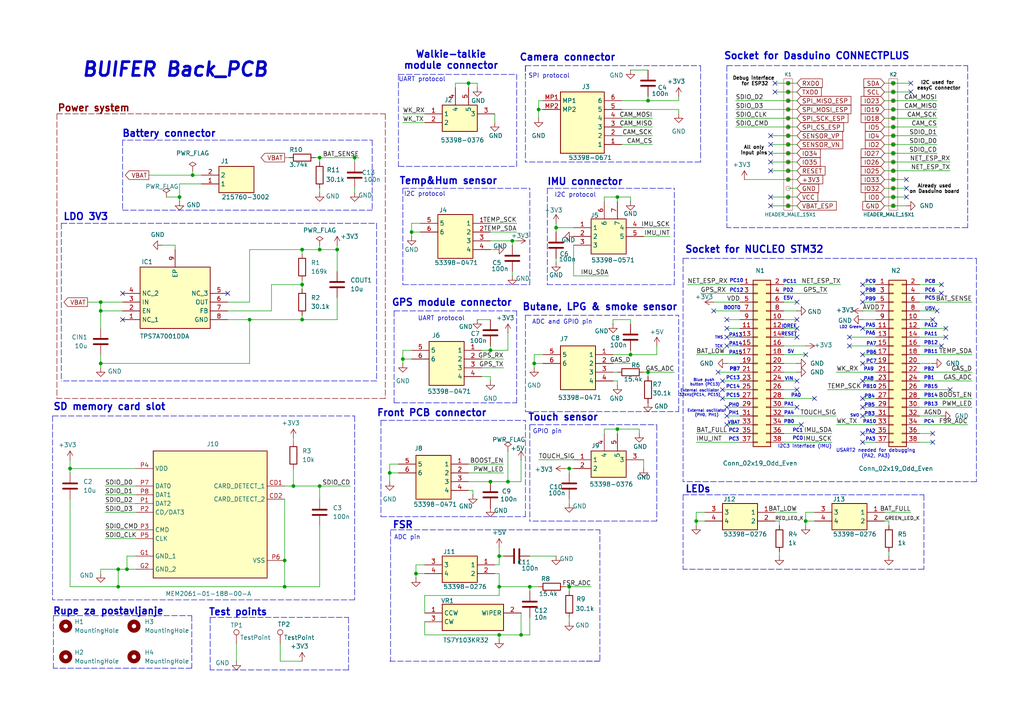
<source format=kicad_sch>
(kicad_sch (version 20250114) (generator "eeschema") (generator_version "9.0")
  (paper "A4")
  (lib_symbols
    (symbol "10k potentiometer:TS7Y103KR32"
      (property "Reference" "VR" (at 24.13 7.62 0))
      (property "Value" "TS7Y103KR32" (at 24.13 5.08 0))
      (symbol "TS7Y103KR32_1_1"
        (pin passive line (at 0 0 0) (length 5.08) (name "CCW") (number "1"))
        (pin passive line (at 0 -2.54 0) (length 5.08) (name "CW") (number "3"))
        (pin passive line (at 27.94 0 180) (length 5.08) (name "WIPER") (number "2"))
      )
    )
    (symbol "2-pin Molex socket 53398-0471:53398-0276"
      (property "Reference" "J" (at 16.51 7.62 0))
      (property "Value" "53398-0276" (at 16.51 5.08 0))
      (symbol "53398-0276_1_1"
        (pin passive line (at 0 0 0) (length 5.08) (name "3") (number "3"))
        (pin passive line (at 0 -2.54 0) (length 5.08) (name "4") (number "4"))
        (pin passive line (at 20.32 0 180) (length 5.08) (name "1") (number "1"))
        (pin passive line (at 20.32 -2.54 180) (length 5.08) (name "2") (number "2"))
      )
    )
    (symbol "3-pin Molex socket 53398-0376:53398-0376"
      (property "Reference" "J9" (at 6.35 4.064 0))
      (property "Value" "53398-0376" (at 10.922 -7.112 0))
      (symbol "53398-0376_1_1"
        (pin passive line (at 0 0 0) (length 5.08) (name "1") (number "1"))
        (pin passive line (at 0 -2.54 0) (length 5.08) (name "2") (number "2"))
        (pin passive line (at 8.89 7.62 270) (length 5.08) (name "4") (number "4"))
        (pin passive line (at 12.7 7.62 270) (length 5.08) (name "5") (number "5"))
        (pin passive line (at 20.32 0 180) (length 5.08) (name "3") (number "3"))
      )
    )
    (symbol "4-pin Molex socket 53398-0471:53398-0471"
      (property "Reference" "J" (at 16.51 7.62 0))
      (property "Value" "53398-0471" (at 16.51 5.08 0))
      (symbol "53398-0471_1_1"
        (pin passive line (at 0 0 0) (length 5.08) (name "5") (number "5"))
        (pin passive line (at 0 -2.54 0) (length 5.08) (name "6") (number "6"))
        (pin passive line (at 20.32 0 180) (length 5.08) (name "1") (number "1"))
        (pin passive line (at 20.32 -2.54 180) (length 5.08) (name "2") (number "2"))
        (pin passive line (at 20.32 -5.08 180) (length 5.08) (name "3") (number "3"))
        (pin passive line (at 20.32 -7.62 180) (length 5.08) (name "4") (number "4"))
      )
    )
    (symbol "5-pin Molex socket 53398-0571:53398-0571"
      (property "Reference" "J5" (at 6.096 3.556 0))
      (property "Value" "53398-0571" (at 11.43 -9.398 0))
      (symbol "53398-0571_1_1"
        (pin passive line (at 0 0 0) (length 5.08) (name "1") (number "1"))
        (pin passive line (at 0 -2.54 0) (length 5.08) (name "2") (number "2"))
        (pin passive line (at 0 -5.08 0) (length 5.08) (name "3") (number "3"))
        (pin passive line (at 8.89 7.62 270) (length 5.08) (name "6") (number "6"))
        (pin passive line (at 12.7 7.62 270) (length 5.08) (name "7") (number "7"))
        (pin passive line (at 20.32 0 180) (length 5.08) (name "4") (number "4"))
        (pin passive line (at 20.32 -2.54 180) (length 5.08) (name "5") (number "5"))
      )
    )
    (symbol "53398-0376_1"
      (property "Reference" "J2" (at 6.858 4.064 0))
      (property "Value" "53398-0376" (at 10.922 -7.62 0))
      (symbol "53398-0376_1_1_1"
        (pin passive line (at 0 0 0) (length 5.08) (name "1") (number "1"))
        (pin passive line (at 0 -2.54 0) (length 5.08) (name "2") (number "2"))
        (pin passive line (at 8.89 7.62 270) (length 5.08) (name "4") (number "4"))
        (pin passive line (at 12.7 7.62 270) (length 5.08) (name "5") (number "5"))
        (pin passive line (at 20.32 0 180) (length 5.08) (name "3") (number "3"))
      )
    )
    (symbol "6-pin Molex socket 53398-0671:53398-0671"
      (property "Reference" "J" (at 19.05 7.62 0))
      (property "Value" "53398-0671" (at 19.05 5.08 0))
      (symbol "53398-0671_1_1"
        (pin passive line (at 0 0 0) (length 5.08) (name "6") (number "6"))
        (pin passive line (at 0 -2.54 0) (length 5.08) (name "5") (number "5"))
        (pin passive line (at 0 -5.08 0) (length 5.08) (name "4") (number "4"))
        (pin passive line (at 0 -7.62 0) (length 5.08) (name "3") (number "3"))
        (pin passive line (at 0 -10.16 0) (length 5.08) (name "2") (number "2"))
        (pin passive line (at 0 -12.7 0) (length 5.08) (name "1") (number "1"))
        (pin passive line (at 22.86 0 180) (length 5.08) (name "MP1") (number "MP1"))
        (pin passive line (at 22.86 -2.54 180) (length 5.08) (name "MP2") (number "MP2"))
      )
    )
    (symbol "Connector:TestPoint" (pin_numbers (hide yes)) (pin_names (offset 0.762) (hide yes))
      (property "Reference" "TP" (at 0 6.858 0))
      (property "Value" "TestPoint" (at 0 5.08 0))
      (symbol "TestPoint_1_1"
        (pin passive line (at 0 0 90) (length 2.54) (name "1") (number "1"))
      )
    )
    (symbol "Connector_Generic:Conn_02x19_Odd_Even" (pin_names (offset 1.016) (hide yes))
      (property "Reference" "J" (at 1.27 25.4 0))
      (property "Value" "Conn_02x19_Odd_Even" (at 1.27 -25.4 0))
      (symbol "Conn_02x19_Odd_Even_1_1"
        (pin passive line (at -5.08 22.86 0) (length 3.81) (name "Pin_1") (number "1"))
        (pin passive line (at -5.08 20.32 0) (length 3.81) (name "Pin_3") (number "3"))
        (pin passive line (at -5.08 17.78 0) (length 3.81) (name "Pin_5") (number "5"))
        (pin passive line (at -5.08 15.24 0) (length 3.81) (name "Pin_7") (number "7"))
        (pin passive line (at -5.08 12.7 0) (length 3.81) (name "Pin_9") (number "9"))
        (pin passive line (at -5.08 10.16 0) (length 3.81) (name "Pin_11") (number "11"))
        (pin passive line (at -5.08 7.62 0) (length 3.81) (name "Pin_13") (number "13"))
        (pin passive line (at -5.08 5.08 0) (length 3.81) (name "Pin_15") (number "15"))
        (pin passive line (at -5.08 2.54 0) (length 3.81) (name "Pin_17") (number "17"))
        (pin passive line (at -5.08 0 0) (length 3.81) (name "Pin_19") (number "19"))
        (pin passive line (at -5.08 -2.54 0) (length 3.81) (name "Pin_21") (number "21"))
        (pin passive line (at -5.08 -5.08 0) (length 3.81) (name "Pin_23") (number "23"))
        (pin passive line (at -5.08 -7.62 0) (length 3.81) (name "Pin_25") (number "25"))
        (pin passive line (at -5.08 -10.16 0) (length 3.81) (name "Pin_27") (number "27"))
        (pin passive line (at -5.08 -12.7 0) (length 3.81) (name "Pin_29") (number "29"))
        (pin passive line (at -5.08 -15.24 0) (length 3.81) (name "Pin_31") (number "31"))
        (pin passive line (at -5.08 -17.78 0) (length 3.81) (name "Pin_33") (number "33"))
        (pin passive line (at -5.08 -20.32 0) (length 3.81) (name "Pin_35") (number "35"))
        (pin passive line (at -5.08 -22.86 0) (length 3.81) (name "Pin_37") (number "37"))
        (pin passive line (at 7.62 22.86 180) (length 3.81) (name "Pin_2") (number "2"))
        (pin passive line (at 7.62 20.32 180) (length 3.81) (name "Pin_4") (number "4"))
        (pin passive line (at 7.62 17.78 180) (length 3.81) (name "Pin_6") (number "6"))
        (pin passive line (at 7.62 15.24 180) (length 3.81) (name "Pin_8") (number "8"))
        (pin passive line (at 7.62 12.7 180) (length 3.81) (name "Pin_10") (number "10"))
        (pin passive line (at 7.62 10.16 180) (length 3.81) (name "Pin_12") (number "12"))
        (pin passive line (at 7.62 7.62 180) (length 3.81) (name "Pin_14") (number "14"))
        (pin passive line (at 7.62 5.08 180) (length 3.81) (name "Pin_16") (number "16"))
        (pin passive line (at 7.62 2.54 180) (length 3.81) (name "Pin_18") (number "18"))
        (pin passive line (at 7.62 0 180) (length 3.81) (name "Pin_20") (number "20"))
        (pin passive line (at 7.62 -2.54 180) (length 3.81) (name "Pin_22") (number "22"))
        (pin passive line (at 7.62 -5.08 180) (length 3.81) (name "Pin_24") (number "24"))
        (pin passive line (at 7.62 -7.62 180) (length 3.81) (name "Pin_26") (number "26"))
        (pin passive line (at 7.62 -10.16 180) (length 3.81) (name "Pin_28") (number "28"))
        (pin passive line (at 7.62 -12.7 180) (length 3.81) (name "Pin_30") (number "30"))
        (pin passive line (at 7.62 -15.24 180) (length 3.81) (name "Pin_32") (number "32"))
        (pin passive line (at 7.62 -17.78 180) (length 3.81) (name "Pin_34") (number "34"))
        (pin passive line (at 7.62 -20.32 180) (length 3.81) (name "Pin_36") (number "36"))
        (pin passive line (at 7.62 -22.86 180) (length 3.81) (name "Pin_38") (number "38"))
      )
    )
    (symbol "Device:C" (pin_numbers (hide yes)) (pin_names (offset 0.254))
      (property "Reference" "C" (at 0.635 2.54 0))
      (property "Value" "C" (at 0.635 -2.54 0))
      (symbol "C_1_1"
        (pin passive line (at 0 3.81 270) (length 2.794) (name "~") (number "1"))
        (pin passive line (at 0 -3.81 90) (length 2.794) (name "~") (number "2"))
      )
    )
    (symbol "Device:R" (pin_numbers (hide yes)) (pin_names (offset 0))
      (property "Reference" "R" (at 2.032 0 90))
      (property "Value" "R" (at 0 0 90))
      (symbol "R_1_1"
        (pin passive line (at 0 3.81 270) (length 1.27) (name "~") (number "1"))
        (pin passive line (at 0 -3.81 90) (length 1.27) (name "~") (number "2"))
      )
    )
    (symbol "Mechanical:MountingHole" (pin_names (offset 1.016)) (exclude_from_sim yes) (in_bom no)
      (property "Reference" "H" (at 0 5.08 0))
      (property "Value" "MountingHole" (at 0 3.175 0))
    )
    (symbol "Power connector 215760:215760-3002"
      (property "Reference" "J" (at 16.51 7.62 0))
      (property "Value" "215760-3002" (at 16.51 5.08 0))
      (symbol "215760-3002_1_1"
        (pin passive line (at 0 0 0) (length 5.08) (name "2") (number "2"))
        (pin passive line (at 0 -2.54 0) (length 5.08) (name "1") (number "1"))
      )
    )
    (symbol "Smart_helmet:MEM2061-01-188-00-A"
      (property "Reference" "J" (at 39.37 7.62 0))
      (property "Value" "MEM2061-01-188-00-A" (at 39.37 5.08 0))
      (symbol "MEM2061-01-188-00-A_1_1"
        (pin passive line (at 0 7.62 0) (length 5.08) (name "VDD") (number "P4"))
        (pin passive line (at 0 2.54 0) (length 5.08) (name "DAT0") (number "P7"))
        (pin passive line (at 0 0 0) (length 5.08) (name "DAT1") (number "P8"))
        (pin passive line (at 0 -2.54 0) (length 5.08) (name "DAT2") (number "P1"))
        (pin passive line (at 0 -5.08 0) (length 5.08) (name "CD/DAT3") (number "P2"))
        (pin passive line (at 0 -10.16 0) (length 5.08) (name "CMD") (number "P3"))
        (pin passive line (at 0 -12.7 0) (length 5.08) (name "CLK") (number "P5"))
        (pin passive line (at 0 -17.78 0) (length 5.08) (name "GND_1") (number "G1"))
        (pin passive line (at 0 -21.59 0) (length 5.08) (name "GND_2") (number "G2"))
        (pin passive line (at 43.18 2.54 180) (length 5.08) (name "CARD_DETECT_1") (number "CD1"))
        (pin passive line (at 43.18 -1.27 180) (length 5.08) (name "CARD_DETECT_2") (number "CD2"))
        (pin passive line (at 43.18 -19.05 180) (length 5.08) (name "VSS") (number "P6"))
      )
    )
    (symbol "TPS7A7001DDA:TPS7A7001DDA"
      (property "Reference" "IC" (at 26.67 7.62 0))
      (property "Value" "TPS7A7001DDA" (at 26.67 5.08 0))
      (symbol "TPS7A7001DDA_1_1"
        (pin passive line (at 0 0 0) (length 5.08) (name "NC_1") (number "1"))
        (pin passive line (at 0 -2.54 0) (length 5.08) (name "EN") (number "2"))
        (pin passive line (at 0 -5.08 0) (length 5.08) (name "IN") (number "3"))
        (pin passive line (at 0 -7.62 0) (length 5.08) (name "NC_2") (number "4"))
        (pin passive line (at 15.24 -20.32 90) (length 5.08) (name "EP") (number "9"))
        (pin passive line (at 30.48 0 180) (length 5.08) (name "GND") (number "8"))
        (pin passive line (at 30.48 -2.54 180) (length 5.08) (name "FB") (number "7"))
        (pin passive line (at 30.48 -5.08 180) (length 5.08) (name "OUT") (number "6"))
        (pin passive line (at 30.48 -7.62 180) (length 5.08) (name "NC_3") (number "5"))
      )
    )
    (symbol "e-radionica.com schematics:HEADER_MALE_15X1" (pin_numbers (hide yes)) (pin_names (hide yes))
      (property "Reference" "K" (at -0.635 20.32 0))
      (property "Value" "HEADER_MALE_15X1" (at 1.27 -20.32 0))
      (symbol "HEADER_MALE_15X1_1_1"
        (pin passive line (at 0 17.78 180) (length 0) (name "~") (number "15"))
        (pin passive line (at 0 15.24 180) (length 0) (name "~") (number "14"))
        (pin passive line (at 0 12.7 180) (length 0) (name "~") (number "13"))
        (pin passive line (at 0 10.16 180) (length 0) (name "~") (number "12"))
        (pin passive line (at 0 7.62 180) (length 0) (name "~") (number "11"))
        (pin passive line (at 0 5.08 180) (length 0) (name "~") (number "10"))
        (pin passive line (at 0 2.54 180) (length 0) (name "~") (number "9"))
        (pin passive line (at 0 0 180) (length 0) (name "~") (number "8"))
        (pin passive line (at 0 -2.54 180) (length 0) (name "~") (number "7"))
        (pin passive line (at 0 -5.08 180) (length 0) (name "~") (number "6"))
        (pin passive line (at 0 -7.62 180) (length 0) (name "~") (number "5"))
        (pin passive line (at 0 -10.16 180) (length 0) (name "~") (number "4"))
        (pin passive line (at 0 -12.7 180) (length 0) (name "~") (number "3"))
        (pin passive line (at 0 -15.24 180) (length 0) (name "~") (number "2"))
        (pin passive line (at 0 -17.78 180) (length 0) (name "~") (number "1"))
      )
    )
    (symbol "power:+3V3" (power) (pin_numbers (hide yes)) (pin_names (offset 0) (hide yes))
      (property "Value" "+3V3" (at 0 3.556 0))
      (symbol "+3V3_1_1"
        (pin power_in line (at 0 0 90) (length 0) (name "~") (number "1"))
      )
    )
    (symbol "power:+5V" (power) (pin_numbers (hide yes)) (pin_names (offset 0) (hide yes))
      (property "Value" "+5V" (at 0 3.556 0))
      (symbol "+5V_1_1"
        (pin power_in line (at 0 0 90) (length 0) (name "~") (number "1"))
      )
    )
    (symbol "power:GND" (power) (pin_numbers (hide yes)) (pin_names (offset 0) (hide yes))
      (property "Value" "GND" (at 0 -3.81 0))
      (symbol "GND_1_1"
        (pin power_in line (at 0 0 270) (length 0) (name "~") (number "1"))
      )
    )
    (symbol "power:PWR_FLAG" (power) (pin_numbers (hide yes)) (pin_names (offset 0) (hide yes))
      (property "Value" "PWR_FLAG" (at 0 3.81 0))
      (symbol "PWR_FLAG_0_0"
        (pin power_out line (at 0 0 90) (length 0) (name "~") (number "1"))
      )
    )
  )
  (text "PC0" (at 231.394 127.254 0) (effects (font (size 1 1) (thickness 0.2) (bold yes))))
  (text "USART2 needed for debugging\n(PA2, PA3)" (at 254 131.572 0) (effects (font (size 1 1))))
  (text "I2C3 interface (IMU)" (at 233.426 129.54 0) (effects (font (size 1 1))))
  (text "PB1" (at 269.494 109.728 0) (effects (font (size 1 1) (thickness 0.2) (bold yes))))
  (text "BOOT0" (at 212.344 89.408 0) (effects (font (size 1 1) (thickness 0.2) (bold yes))))
  (text "ADC pin\n" (at 118.11 155.956 0) (effects (font (size 1.27 1.27))))
  (text "PA6" (at 252.476 96.774 0) (effects (font (size 1 1) (thickness 0.2) (bold yes))))
  (text "IOREF" (at 228.854 94.742 0) (effects (font (size 1 1) (thickness 0.2) (bold yes))))
  (text "PB14" (at 270.002 114.808 0) (effects (font (size 1 1) (thickness 0.2) (bold yes))))
  (text "PA8" (at 251.968 109.982 0) (effects (font (size 1 1) (thickness 0.2) (bold yes))))
  (text "PB0" (at 228.854 122.428 0) (effects (font (size 1 1) (thickness 0.2) (bold yes))))
  (text "Butane, LPG & smoke sensor" (at 173.99 89.154 0) (effects (font (size 2 2) (thickness 0.4) (bold yes))))
  (text "PB12" (at 270.002 99.568 0) (effects (font (size 1 1) (thickness 0.2) (bold yes))))
  (text "PC11" (at 229.108 81.788 0) (effects (font (size 1 1) (thickness 0.2) (bold yes))))
  (text "PB8" (at 252.476 84.328 0) (effects (font (size 1 1) (thickness 0.2) (bold yes))))
  (text "Socket for Dasduino CONNECTPLUS" (at 263.906 17.526 0) (effects (font (size 2 2) (thickness 0.4) (bold yes)) (justify right bottom)))
  (text "PH0" (at 212.852 117.602 0) (effects (font (size 1 1) (thickness 0.2) (bold yes))))
  (text "PB7" (at 213.106 107.188 0) (effects (font (size 1 1) (thickness 0.254) (bold yes))))
  (text "PC2" (at 212.852 124.968 0) (effects (font (size 1 1) (thickness 0.2) (bold yes))))
  (text "PD2" (at 228.6 84.328 0) (effects (font (size 1 1) (thickness 0.2) (bold yes))))
  (text "TCK" (at 208.534 100.584 0) (effects (font (size 0.8 0.8) (thickness 0.16) (bold yes))))
  (text "PA7" (at 252.73 99.822 0) (effects (font (size 1 1) (thickness 0.2) (bold yes))))
  (text "PC10" (at 213.614 81.534 0) (effects (font (size 1 1) (thickness 0.2) (bold yes))))
  (text "UART protocol" (at 122.428 23.114 0) (effects (font (size 1.27 1.27))))
  (text "PB4" (at 252.222 115.062 0) (effects (font (size 1 1) (thickness 0.2) (bold yes))))
  (text "PC15" (at 212.598 114.808 0) (effects (font (size 1 1) (thickness 0.2) (bold yes))))
  (text "SD memory card slot" (at 31.75 118.11 0) (effects (font (size 2 2) (thickness 0.4) (bold yes))))
  (text "PB2" (at 269.494 107.188 0) (effects (font (size 1 1) (thickness 0.2) (bold yes))))
  (text "PA11" (at 270.002 97.028 0) (effects (font (size 1 1) (thickness 0.2) (bold yes))))
  (text "External oscillator\n(PH0, PH1)" (at 204.978 119.888 0) (effects (font (size 0.8 0.8))))
  (text "SPI protocol" (at 159.258 22.098 0) (effects (font (size 1.27 1.27))))
  (text "FSR" (at 116.84 152.4 0) (effects (font (size 2 2) (thickness 0.4) (bold yes))))
  (text "PC8" (at 269.748 81.788 0) (effects (font (size 1 1) (thickness 0.2) (bold yes))))
  (text "PA1" (at 228.854 117.348 0) (effects (font (size 1 1) (thickness 0.2) (bold yes))))
  (text "Blue push \nbutton (PC13)" (at 204.47 110.998 0) (effects (font (size 0.8 0.8))))
  (text "Camera connector" (at 164.592 16.764 0) (effects (font (size 2 2) (thickness 0.4) (bold yes))))
  (text "PC13" (at 212.598 109.728 0) (effects (font (size 1 1) (thickness 0.2) (bold yes))))
  (text "PB15" (at 270.002 112.268 0) (effects (font (size 1 1) (thickness 0.2) (bold yes))))
  (text "I2C protocol" (at 123.19 56.388 0) (effects (font (size 1.27 1.27))))
  (text "E5V" (at 228.6 86.614 0) (effects (font (size 1 1) (thickness 0.2) (bold yes))))
  (text "SWO" (at 247.904 120.65 0) (effects (font (size 0.8 0.8) (thickness 0.16) (bold yes))))
  (text "PC5" (at 269.748 86.614 0) (effects (font (size 1 1) (thickness 0.2) (bold yes))))
  (text "LDO 3V3" (at 24.892 62.992 0) (effects (font (size 2 2) (thickness 0.4) (bold yes))))
  (text "PB11" (at 270.002 102.108 0) (effects (font (size 1 1) (thickness 0.2) (bold yes))))
  (text "PC7" (at 252.73 104.902 0) (effects (font (size 1 1) (thickness 0.2) (bold yes))))
  (text "PA13" (at 213.36 97.282 0) (effects (font (size 1 1) (thickness 0.2) (bold yes))))
  (text "Walkie-talkie\nmodule connector" (at 130.81 17.526 0) (effects (font (size 2 2) (thickness 0.4) (bold yes))))
  (text "PA3" (at 252.476 127.508 0) (effects (font (size 1 1) (thickness 0.2) (bold yes))))
  (text "TMS" (at 208.534 98.044 0) (effects (font (size 0.8 0.8) (thickness 0.16) (bold yes))))
  (text "Debug interface \nfor ESP32" (at 218.948 23.622 0) (effects (font (size 1 1) (thickness 0.2) (bold yes))))
  (text "PH1" (at 212.852 119.888 0) (effects (font (size 1 1) (thickness 0.2) (bold yes))))
  (text "5V" (at 229.362 102.108 0) (effects (font (size 1 1) (thickness 0.2) (bold yes))))
  (text "External oscillator\n32kHz(PC14, PC15)" (at 202.946 114.046 0) (effects (font (size 0.8 0.8))))
  (text "PB3" (at 252.222 120.142 0) (effects (font (size 1 1) (thickness 0.2) (bold yes))))
  (text "Front PCB connector" (at 125.222 119.888 0) (effects (font (size 2 2) (thickness 0.4) (bold yes))))
  (text "PA10" (at 252.222 122.428 0) (effects (font (size 1 1) (thickness 0.2) (bold yes))))
  (text "PC4" (at 269.494 122.428 0) (effects (font (size 1 1) (thickness 0.2) (bold yes))))
  (text "PA14" (at 213.36 99.822 0) (effects (font (size 1 1) (thickness 0.2) (bold yes))))
  (text "RESET" (at 228.854 97.028 0) (effects (font (size 1 1) (thickness 0.2) (bold yes))))
  (text "VBAT" (at 212.852 122.682 0) (effects (font (size 1 1) (thickness 0.2) (bold yes))))
  (text "Battery connector" (at 49.022 38.862 0) (effects (font (size 2 2) (thickness 0.4) (bold yes))))
  (text "BUIFER Back_PCB" (at 50.8 20.32 0) (effects (font (size 4 4) (thickness 0.8) (bold yes) (italic yes))))
  (text "ADC and GPIO pin" (at 163.068 93.472 0) (effects (font (size 1.27 1.27))))
  (text "Power system" (at 27.178 31.496 0) (effects (font (size 2 2) (thickness 0.4) (bold yes))))
  (text "GPIO pin" (at 158.75 125.222 0) (effects (font (size 1.27 1.27))))
  (text "PC6" (at 269.748 84.328 0) (effects (font (size 1 1) (thickness 0.2) (bold yes))))
  (text "PC12" (at 213.614 84.328 0) (effects (font (size 1 1) (thickness 0.2) (bold yes))))
  (text "PC14" (at 212.598 112.268 0) (effects (font (size 1 1) (thickness 0.2) (bold yes))))
  (text "PA4" (at 228.854 119.888 0) (effects (font (size 1 1) (thickness 0.2) (bold yes))))
  (text "PA2" (at 252.476 125.222 0) (effects (font (size 1 1) (thickness 0.2) (bold yes))))
  (text "PB6" (at 252.73 102.362 0) (effects (font (size 1 1) (thickness 0.2) (bold yes))))
  (text "Socket for NUCLEO STM32" (at 239.014 73.66 0) (effects (font (size 2 2) (thickness 0.4) (bold yes)) (justify right bottom)))
  (text "PC3" (at 212.852 127.508 0) (effects (font (size 1 1) (thickness 0.2) (bold yes))))
  (text "I2C protocol" (at 166.878 56.642 0) (effects (font (size 1.27 1.27))))
  (text "PA15" (at 213.36 102.362 0) (effects (font (size 1 1) (thickness 0.2) (bold yes))))
  (text "Touch sensor" (at 163.322 121.158 0) (effects (font (size 2 2) (thickness 0.4) (bold yes))))
  (text "PA12" (at 270.002 94.488 0) (effects (font (size 1 1) (thickness 0.2) (bold yes))))
  (text "PB10" (at 252.222 112.268 0) (effects (font (size 1 1) (thickness 0.2) (bold yes))))
  (text "LEDs" (at 202.438 141.986 0) (effects (font (size 2 2) (thickness 0.4) (bold yes))))
  (text "LD2 Green" (at 246.634 94.996 0) (effects (font (size 0.8 0.8) (thickness 0.16) (bold yes))))
  (text "IMU connector" (at 169.672 52.832 0) (effects (font (size 2 2) (thickness 0.4) (bold yes))))
  (text "PA9" (at 251.968 107.188 0) (effects (font (size 1 1) (thickness 0.2) (bold yes))))
  (text "I2C used for \neasyC connector" (at 272.288 24.892 0) (effects (font (size 1 1) (thickness 0.2) (bold yes))))
  (text "U5V" (at 269.748 89.662 0) (effects (font (size 1 1) (thickness 0.2) (bold yes))))
  (text "UART protocol" (at 128.016 92.456 0) (effects (font (size 1.27 1.27))))
  (text "PC1" (at 231.394 124.968 0) (effects (font (size 1 1) (thickness 0.2) (bold yes))))
  (text "PB5" (at 252.222 117.602 0) (effects (font (size 1 1) (thickness 0.2) (bold yes))))
  (text "Test points" (at 60.452 178.816 0) (effects (font (size 2 2) (thickness 0.4) (bold yes)) (justify left bottom)))
  (text "PB9" (at 252.476 86.868 0) (effects (font (size 1 1) (thickness 0.2) (bold yes))))
  (text "GPS module connector" (at 131.064 87.884 0) (effects (font (size 2 2) (thickness 0.4) (bold yes))))
  (text "Rupe za postavljanje" (at 15.24 178.562 0) (effects (font (size 2 2) (thickness 0.4) (bold yes)) (justify left bottom)))
  (text "Already used\non Dasduino board" (at 271.018 54.864 0) (effects (font (size 1 1) (thickness 0.2) (bold yes))))
  (text "All only\ninput pins" (at 218.694 43.688 0) (effects (font (size 1 1) (thickness 0.2) (bold yes))))
  (text "PA5" (at 252.476 94.488 0) (effects (font (size 1 1) (thickness 0.2) (bold yes))))
  (text "PC9" (at 252.476 81.788 0) (effects (font (size 1 1) (thickness 0.2) (bold yes))))
  (text "PA0" (at 230.886 114.808 0) (effects (font (size 1 1) (thickness 0.2) (bold yes))))
  (text "Temp&Hum sensor" (at 130.048 52.578 0) (effects (font (size 2 2) (thickness 0.4) (bold yes))))
  (text "VIN" (at 228.854 109.982 0) (effects (font (size 1 1) (thickness 0.2) (bold yes))))
  (text "PB13" (at 270.002 117.348 0) (effects (font (size 1 1) (thickness 0.2) (bold yes))))
  (junction (at 182.88 102.87))
  (junction (at 187.96 107.95))
  (junction (at 259.08 52.07))
  (junction (at 228.6 46.99))
  (junction (at 259.08 54.61))
  (junction (at 29.21 87.63))
  (junction (at 201.93 151.13))
  (junction (at 52.07 57.15))
  (junction (at 97.79 72.39))
  (junction (at 228.6 39.37))
  (junction (at 72.39 92.71))
  (junction (at 228.6 26.67))
  (junction (at 228.6 36.83))
  (junction (at 87.63 82.55))
  (junction (at 165.1 170.18))
  (junction (at 228.6 57.15))
  (junction (at 228.6 24.13))
  (junction (at 82.55 170.18))
  (junction (at 259.08 59.69))
  (junction (at 87.63 72.39))
  (junction (at 82.55 162.56))
  (junction (at 259.08 26.67))
  (junction (at 165.1 135.89))
  (junction (at 259.08 34.29))
  (junction (at 259.08 24.13))
  (junction (at 259.08 46.99))
  (junction (at 228.6 49.53))
  (junction (at 154.94 105.41))
  (junction (at 55.88 50.8))
  (junction (at 153.67 170.18))
  (junction (at 142.24 139.7))
  (junction (at 92.71 45.72))
  (junction (at 228.6 59.69))
  (junction (at 34.29 165.1))
  (junction (at 36.83 165.1))
  (junction (at 259.08 29.21))
  (junction (at 87.63 92.71))
  (junction (at 116.84 104.14))
  (junction (at 179.07 57.15))
  (junction (at 85.09 140.97))
  (junction (at 259.08 31.75))
  (junction (at 156.21 31.75))
  (junction (at 147.32 139.7))
  (junction (at 228.6 29.21))
  (junction (at 92.71 72.39))
  (junction (at 119.38 67.31))
  (junction (at 144.78 161.29))
  (junction (at 113.03 137.16))
  (junction (at 259.08 57.15))
  (junction (at 228.6 44.45))
  (junction (at 161.29 66.04))
  (junction (at 142.24 101.6))
  (junction (at 259.08 41.91))
  (junction (at 259.08 39.37))
  (junction (at 228.6 41.91))
  (junction (at 144.78 170.18))
  (junction (at 187.96 29.21))
  (junction (at 228.6 31.75))
  (junction (at 120.65 166.37))
  (junction (at 20.32 135.89))
  (junction (at 228.6 34.29))
  (junction (at 259.08 49.53))
  (junction (at 259.08 36.83))
  (junction (at 151.13 184.15))
  (junction (at 29.21 90.17))
  (junction (at 233.68 151.13))
  (junction (at 29.21 105.41))
  (junction (at 148.59 69.85))
  (junction (at 228.6 52.07))
  (junction (at 144.78 184.15))
  (junction (at 135.89 24.13))
  (junction (at 102.87 45.72))
  (junction (at 259.08 44.45))
  (junction (at 92.71 140.97))
  (junction (at 179.07 124.46))
  (junction (at 34.29 170.18))
  (no_connect (at 270.51 92.71))
  (no_connect (at 250.19 82.55))
  (no_connect (at 209.55 110.49))
  (no_connect (at 35.56 92.71))
  (no_connect (at 275.59 113.03))
  (no_connect (at 223.52 46.99))
  (no_connect (at 210.82 92.71))
  (no_connect (at 223.52 44.45))
  (no_connect (at 250.19 87.63))
  (no_connect (at 35.56 85.09))
  (no_connect (at 264.16 24.13))
  (no_connect (at 210.82 120.65))
  (no_connect (at 250.19 128.27))
  (no_connect (at 262.89 57.15))
  (no_connect (at 223.52 49.53))
  (no_connect (at 224.79 26.67))
  (no_connect (at 250.19 120.65))
  (no_connect (at 207.01 90.17))
  (no_connect (at 231.14 97.79))
  (no_connect (at 274.32 95.25))
  (no_connect (at 270.51 125.73))
  (no_connect (at 250.19 85.09))
  (no_connect (at 210.82 123.19))
  (no_connect (at 250.19 118.11))
  (no_connect (at 233.68 102.87))
  (no_connect (at 250.19 115.57))
  (no_connect (at 223.52 39.37))
  (no_connect (at 273.05 85.09))
  (no_connect (at 270.51 128.27))
  (no_connect (at 232.41 123.19))
  (no_connect (at 210.82 118.11))
  (no_connect (at 223.52 41.91))
  (no_connect (at 273.05 82.55))
  (no_connect (at 273.05 100.33))
  (no_connect (at 250.19 110.49))
  (no_connect (at 210.82 95.25))
  (no_connect (at 262.89 52.07))
  (no_connect (at 250.19 102.87))
  (no_connect (at 262.89 54.61))
  (no_connect (at 231.14 95.25))
  (no_connect (at 231.14 87.63))
  (no_connect (at 209.55 113.03))
  (no_connect (at 210.82 97.79))
  (no_connect (at 250.19 125.73))
  (no_connect (at 66.04 85.09))
  (no_connect (at 208.28 107.95))
  (no_connect (at 210.82 100.33))
  (no_connect (at 250.19 105.41))
  (no_connect (at 236.22 115.57))
  (no_connect (at 231.14 113.03))
  (no_connect (at 231.14 92.71))
  (no_connect (at 223.52 59.69))
  (no_connect (at 246.38 100.33))
  (no_connect (at 231.14 110.49))
  (no_connect (at 271.78 90.17))
  (no_connect (at 250.19 95.25))
  (no_connect (at 264.16 26.67))
  (no_connect (at 231.14 118.11))
  (no_connect (at 224.79 24.13))
  (no_connect (at 223.52 57.15))
  (no_connect (at 274.32 97.79))
  (no_connect (at 209.55 115.57))
  (no_connect (at 246.38 97.79))
  (wire (pts (xy 259.08 39.37) (xy 271.78 39.37)))
  (wire (pts (xy 256.54 24.13) (xy 259.08 24.13)))
  (polyline (pts (xy 152.4 149.86) (xy 152.4 121.92)) (stroke (width 0) (type dash)))
  (wire (pts (xy 186.69 68.58) (xy 194.31 68.58)))
  (wire (pts (xy 246.38 100.33) (xy 254 100.33)))
  (polyline (pts (xy 152.4 91.44) (xy 152.4 119.38)) (stroke (width 0) (type dash)))
  (wire (pts (xy 259.08 57.15) (xy 262.89 57.15)))
  (wire (pts (xy 228.6 41.91) (xy 231.14 41.91)))
  (polyline (pts (xy 203.2 19.05) (xy 203.2 46.99)) (stroke (width 0) (type dash)))
  (wire (pts (xy 85.09 140.97) (xy 85.09 135.89)))
  (wire (pts (xy 175.26 58.42) (xy 175.26 57.15)))
  (wire (pts (xy 228.6 31.75) (xy 231.14 31.75)))
  (wire (pts (xy 34.29 165.1) (xy 36.83 165.1)))
  (wire (pts (xy 250.19 90.17) (xy 254 90.17)))
  (wire (pts (xy 153.67 170.18) (xy 156.21 170.18)))
  (polyline (pts (xy 267.97 143.51) (xy 267.97 165.1)) (stroke (width 0) (type dash)))
  (wire (pts (xy 180.34 29.21) (xy 187.96 29.21)))
  (wire (pts (xy 72.39 105.41) (xy 72.39 92.71)))
  (wire (pts (xy 224.79 26.67) (xy 228.6 26.67)))
  (polyline (pts (xy 114.3 90.17) (xy 114.3 116.84)) (stroke (width 0) (type dash)))
  (wire (pts (xy 227.33 100.33) (xy 233.68 100.33)))
  (wire (pts (xy 264.16 148.59) (xy 256.54 148.59)))
  (wire (pts (xy 119.38 101.6) (xy 116.84 101.6)))
  (wire (pts (xy 29.21 105.41) (xy 72.39 105.41)))
  (wire (pts (xy 228.6 54.61) (xy 231.14 54.61)))
  (wire (pts (xy 119.38 67.31) (xy 121.92 67.31)))
  (wire (pts (xy 161.29 66.04) (xy 166.37 66.04)))
  (wire (pts (xy 30.48 140.97) (xy 39.37 140.97)))
  (wire (pts (xy 116.84 104.14) (xy 116.84 105.41)))
  (wire (pts (xy 52.07 53.34) (xy 58.42 53.34)))
  (wire (pts (xy 135.89 134.62) (xy 146.05 134.62)))
  (wire (pts (xy 30.48 148.59) (xy 39.37 148.59)))
  (wire (pts (xy 151.13 184.15) (xy 151.13 177.8)))
  (wire (pts (xy 144.78 161.29) (xy 144.78 158.75)))
  (polyline (pts (xy 152.4 119.38) (xy 196.85 119.38)) (stroke (width 0) (type dash)))
  (wire (pts (xy 142.24 109.22) (xy 139.7 109.22)))
  (wire (pts (xy 139.7 104.14) (xy 146.05 104.14)))
  (wire (pts (xy 50.8 71.12) (xy 50.8 72.39)))
  (wire (pts (xy 29.21 165.1) (xy 34.29 165.1)))
  (wire (pts (xy 139.7 106.68) (xy 146.05 106.68)))
  (wire (pts (xy 157.48 102.87) (xy 154.94 102.87)))
  (wire (pts (xy 46.99 71.12) (xy 50.8 71.12)))
  (wire (pts (xy 196.85 31.75) (xy 196.85 33.02)))
  (polyline (pts (xy 267.97 165.1) (xy 198.12 165.1)) (stroke (width 0) (type dash)))
  (wire (pts (xy 201.93 151.13) (xy 204.47 151.13)))
  (polyline (pts (xy 60.96 179.07) (xy 101.092 179.07)) (stroke (width 0) (type dash)))
  (wire (pts (xy 52.07 53.34) (xy 52.07 57.15)))
  (wire (pts (xy 142.24 72.39) (xy 143.51 72.39)))
  (wire (pts (xy 246.38 97.79) (xy 254 97.79)))
  (wire (pts (xy 209.55 110.49) (xy 214.63 110.49)))
  (wire (pts (xy 210.82 100.33) (xy 214.63 100.33)))
  (wire (pts (xy 250.19 118.11) (xy 254 118.11)))
  (wire (pts (xy 78.74 82.55) (xy 87.63 82.55)))
  (polyline (pts (xy 35.56 40.64) (xy 35.56 60.96)) (stroke (width 0) (type dash)))
  (wire (pts (xy 256.54 54.61) (xy 259.08 54.61)))
  (wire (pts (xy 148.59 69.85) (xy 149.86 69.85)))
  (wire (pts (xy 231.14 148.59) (xy 224.79 148.59)))
  (wire (pts (xy 91.44 45.72) (xy 92.71 45.72)))
  (wire (pts (xy 257.81 151.13) (xy 257.81 152.4)))
  (wire (pts (xy 250.19 95.25) (xy 254 95.25)))
  (wire (pts (xy 92.71 55.88) (xy 92.71 54.61)))
  (wire (pts (xy 256.54 36.83) (xy 259.08 36.83)))
  (wire (pts (xy 259.08 59.69) (xy 262.89 59.69)))
  (wire (pts (xy 142.24 109.22) (xy 142.24 110.49)))
  (wire (pts (xy 227.33 90.17) (xy 231.14 90.17)))
  (wire (pts (xy 135.89 24.13) (xy 135.89 25.4)))
  (wire (pts (xy 30.48 156.21) (xy 39.37 156.21)))
  (polyline (pts (xy 280.67 19.05) (xy 280.67 66.04)) (stroke (width 0) (type dash)))
  (wire (pts (xy 137.16 142.24) (xy 135.89 142.24)))
  (wire (pts (xy 256.54 59.69) (xy 259.08 59.69)))
  (wire (pts (xy 144.78 172.72) (xy 123.19 172.72)))
  (wire (pts (xy 199.39 82.55) (xy 214.63 82.55)))
  (polyline (pts (xy 116.84 54.61) (xy 116.84 82.55)) (stroke (width 0) (type dash)))
  (wire (pts (xy 156.21 31.75) (xy 157.48 31.75)))
  (wire (pts (xy 102.87 54.61) (xy 102.87 55.88)))
  (wire (pts (xy 180.34 31.75) (xy 196.85 31.75)))
  (polyline (pts (xy 152.4 19.05) (xy 152.4 21.59)) (stroke (width 0) (type dash)))
  (wire (pts (xy 223.52 59.69) (xy 228.6 59.69)))
  (wire (pts (xy 165.1 170.18) (xy 171.45 170.18)))
  (polyline (pts (xy 116.84 54.61) (xy 153.67 54.61)) (stroke (width 0) (type dash)))
  (wire (pts (xy 227.33 85.09) (xy 240.03 85.09)))
  (wire (pts (xy 182.88 105.41) (xy 177.8 105.41)))
  (wire (pts (xy 82.55 144.78) (xy 82.55 162.56)))
  (wire (pts (xy 250.19 120.65) (xy 254 120.65)))
  (wire (pts (xy 163.83 135.89) (xy 165.1 135.89)))
  (wire (pts (xy 165.1 171.45) (xy 165.1 170.18)))
  (wire (pts (xy 135.89 139.7) (xy 142.24 139.7)))
  (wire (pts (xy 266.7 90.17) (xy 271.78 90.17)))
  (wire (pts (xy 20.32 133.35) (xy 20.32 135.89)))
  (wire (pts (xy 92.71 152.4) (xy 92.71 170.18)))
  (wire (pts (xy 266.7 125.73) (xy 270.51 125.73)))
  (polyline (pts (xy 283.21 139.7) (xy 198.12 139.7)) (stroke (width 0) (type dash)))
  (wire (pts (xy 266.7 105.41) (xy 270.51 105.41)))
  (wire (pts (xy 259.08 46.99) (xy 275.59 46.99)))
  (wire (pts (xy 266.7 128.27) (xy 270.51 128.27)))
  (wire (pts (xy 180.34 36.83) (xy 189.23 36.83)))
  (wire (pts (xy 250.19 82.55) (xy 254 82.55)))
  (wire (pts (xy 87.63 92.71) (xy 97.79 92.71)))
  (wire (pts (xy 180.34 34.29) (xy 189.23 34.29)))
  (wire (pts (xy 148.59 78.74) (xy 148.59 80.01)))
  (wire (pts (xy 266.7 97.79) (xy 274.32 97.79)))
  (wire (pts (xy 144.78 170.18) (xy 144.78 172.72)))
  (wire (pts (xy 210.82 97.79) (xy 214.63 97.79)))
  (wire (pts (xy 20.32 137.16) (xy 20.32 135.89)))
  (wire (pts (xy 20.32 135.89) (xy 39.37 135.89)))
  (wire (pts (xy 228.6 24.13) (xy 231.14 24.13)))
  (wire (pts (xy 223.52 49.53) (xy 228.6 49.53)))
  (wire (pts (xy 25.4 87.63) (xy 29.21 87.63)))
  (polyline (pts (xy 15.24 120.65) (xy 102.87 120.65)) (stroke (width 0) (type dash)))
  (wire (pts (xy 92.71 45.72) (xy 102.87 45.72)))
  (wire (pts (xy 36.83 165.1) (xy 36.83 161.29)))
  (wire (pts (xy 224.79 24.13) (xy 228.6 24.13)))
  (wire (pts (xy 153.67 184.15) (xy 151.13 184.15)))
  (wire (pts (xy 36.83 161.29) (xy 39.37 161.29)))
  (wire (pts (xy 227.33 115.57) (xy 236.22 115.57)))
  (wire (pts (xy 147.32 96.52) (xy 147.32 101.6)))
  (polyline (pts (xy 153.67 123.19) (xy 153.67 151.13)) (stroke (width 0) (type dash)))
  (polyline (pts (xy 280.67 66.04) (xy 210.82 66.04)) (stroke (width 0) (type dash)))
  (wire (pts (xy 156.21 31.75) (xy 156.21 34.29)))
  (wire (pts (xy 256.54 34.29) (xy 259.08 34.29)))
  (wire (pts (xy 266.7 82.55) (xy 273.05 82.55)))
  (wire (pts (xy 250.19 115.57) (xy 254 115.57)))
  (polyline (pts (xy 111.76 115.57) (xy 16.51 115.57)) (stroke (width 0) (type dash) (color 132 0 0 1)))
  (wire (pts (xy 259.08 49.53) (xy 275.59 49.53)))
  (wire (pts (xy 259.08 52.07) (xy 262.89 52.07)))
  (wire (pts (xy 92.71 144.78) (xy 92.71 140.97)))
  (wire (pts (xy 29.21 90.17) (xy 35.56 90.17)))
  (polyline (pts (xy 149.86 116.84) (xy 149.86 90.17)) (stroke (width 0) (type dash)))
  (wire (pts (xy 82.55 170.18) (xy 92.71 170.18)))
  (wire (pts (xy 233.68 151.13) (xy 236.22 151.13)))
  (wire (pts (xy 259.08 44.45) (xy 271.78 44.45)))
  (wire (pts (xy 208.28 107.95) (xy 214.63 107.95)))
  (wire (pts (xy 257.81 160.02) (xy 257.81 161.29)))
  (wire (pts (xy 259.08 29.21) (xy 271.78 29.21)))
  (wire (pts (xy 78.74 90.17) (xy 78.74 82.55)))
  (polyline (pts (xy 115.57 21.59) (xy 149.86 21.59)) (stroke (width 0) (type dash)))
  (wire (pts (xy 146.05 161.29) (xy 144.78 161.29)))
  (wire (pts (xy 256.54 41.91) (xy 259.08 41.91)))
  (wire (pts (xy 209.55 115.57) (xy 214.63 115.57)))
  (polyline (pts (xy 198.12 143.51) (xy 267.97 143.51)) (stroke (width 0) (type dash)))
  (wire (pts (xy 147.32 139.7) (xy 151.13 139.7)))
  (wire (pts (xy 250.19 125.73) (xy 254 125.73)))
  (wire (pts (xy 144.78 163.83) (xy 144.78 161.29)))
  (wire (pts (xy 29.21 87.63) (xy 35.56 87.63)))
  (wire (pts (xy 266.7 113.03) (xy 275.59 113.03)))
  (wire (pts (xy 201.93 128.27) (xy 214.63 128.27)))
  (polyline (pts (xy 102.87 120.65) (xy 102.87 173.99)) (stroke (width 0) (type dash)))
  (polyline (pts (xy 153.67 123.19) (xy 190.5 123.19)) (stroke (width 0) (type dash)))
  (wire (pts (xy 161.29 64.77) (xy 161.29 66.04)))
  (polyline (pts (xy 16.51 33.02) (xy 16.51 115.57)) (stroke (width 0) (type dash) (color 132 0 0 1)))
  (wire (pts (xy 154.94 105.41) (xy 154.94 106.68)))
  (polyline (pts (xy 283.21 74.93) (xy 283.21 139.7)) (stroke (width 0) (type dash)))
  (wire (pts (xy 132.08 25.4) (xy 132.08 24.13)))
  (wire (pts (xy 87.63 82.55) (xy 87.63 83.82)))
  (wire (pts (xy 156.21 29.21) (xy 157.48 29.21)))
  (wire (pts (xy 116.84 35.56) (xy 123.19 35.56)))
  (polyline (pts (xy 17.78 64.77) (xy 17.78 110.49)) (stroke (width 0) (type dash)))
  (wire (pts (xy 203.2 85.09) (xy 214.63 85.09)))
  (wire (pts (xy 210.82 92.71) (xy 214.63 92.71)))
  (polyline (pts (xy 110.49 121.92) (xy 152.4 121.92)) (stroke (width 0) (type dash)))
  (wire (pts (xy 233.68 151.13) (xy 233.68 148.59)))
  (polyline (pts (xy 158.75 82.55) (xy 195.58 82.55)) (stroke (width 0) (type dash)))
  (wire (pts (xy 179.07 57.15) (xy 182.88 57.15)))
  (wire (pts (xy 228.6 34.29) (xy 231.14 34.29)))
  (wire (pts (xy 143.51 166.37) (xy 144.78 166.37)))
  (wire (pts (xy 113.03 137.16) (xy 115.57 137.16)))
  (wire (pts (xy 256.54 29.21) (xy 259.08 29.21)))
  (wire (pts (xy 210.82 95.25) (xy 214.63 95.25)))
  (wire (pts (xy 29.21 105.41) (xy 29.21 106.68)))
  (wire (pts (xy 180.34 41.91) (xy 189.23 41.91)))
  (wire (pts (xy 227.33 97.79) (xy 231.14 97.79)))
  (wire (pts (xy 115.57 134.62) (xy 113.03 134.62)))
  (wire (pts (xy 43.18 50.8) (xy 55.88 50.8)))
  (polyline (pts (xy 114.3 90.17) (xy 149.86 90.17)) (stroke (width 0) (type dash)))
  (polyline (pts (xy 114.3 116.84) (xy 149.86 116.84)) (stroke (width 0) (type dash)))
  (wire (pts (xy 166.37 133.35) (xy 156.21 133.35)))
  (wire (pts (xy 196.85 29.21) (xy 196.85 27.94)))
  (wire (pts (xy 227.33 123.19) (xy 232.41 123.19)))
  (wire (pts (xy 179.07 124.46) (xy 185.42 124.46)))
  (wire (pts (xy 147.32 130.81) (xy 147.32 139.7)))
  (wire (pts (xy 250.19 105.41) (xy 254 105.41)))
  (wire (pts (xy 227.33 110.49) (xy 231.14 110.49)))
  (wire (pts (xy 228.6 49.53) (xy 231.14 49.53)))
  (wire (pts (xy 87.63 73.66) (xy 87.63 72.39)))
  (wire (pts (xy 227.33 125.73) (xy 241.3 125.73)))
  (wire (pts (xy 250.19 92.71) (xy 254 92.71)))
  (wire (pts (xy 227.33 82.55) (xy 243.84 82.55)))
  (wire (pts (xy 135.89 24.13) (xy 138.43 24.13)))
  (polyline (pts (xy 113.284 153.67) (xy 173.99 153.67)) (stroke (width 0) (type dash)))
  (wire (pts (xy 266.7 95.25) (xy 274.32 95.25)))
  (wire (pts (xy 87.63 81.28) (xy 87.63 82.55)))
  (wire (pts (xy 256.54 44.45) (xy 259.08 44.45)))
  (wire (pts (xy 228.6 29.21) (xy 231.14 29.21)))
  (polyline (pts (xy 16.51 33.02) (xy 111.76 33.02)) (stroke (width 0) (type dash) (color 132 0 0 1)))
  (wire (pts (xy 154.94 105.41) (xy 157.48 105.41)))
  (polyline (pts (xy 196.85 119.38) (xy 196.85 91.44)) (stroke (width 0) (type dash)))
  (wire (pts (xy 227.33 118.11) (xy 231.14 118.11)))
  (wire (pts (xy 72.39 72.39) (xy 87.63 72.39)))
  (wire (pts (xy 180.34 39.37) (xy 189.23 39.37)))
  (polyline (pts (xy 195.58 82.55) (xy 195.58 54.61)) (stroke (width 0) (type dash)))
  (polyline (pts (xy 153.67 82.55) (xy 153.67 54.61)) (stroke (width 0) (type dash)))
  (wire (pts (xy 215.9 52.07) (xy 228.6 52.07)))
  (polyline (pts (xy 158.75 54.61) (xy 158.75 82.55)) (stroke (width 0) (type dash)))
  (wire (pts (xy 72.39 92.71) (xy 87.63 92.71)))
  (wire (pts (xy 175.26 57.15) (xy 179.07 57.15)))
  (wire (pts (xy 266.7 100.33) (xy 273.05 100.33)))
  (wire (pts (xy 30.48 146.05) (xy 39.37 146.05)))
  (wire (pts (xy 213.36 31.75) (xy 228.6 31.75)))
  (polyline (pts (xy 43.18 40.64) (xy 107.95 40.64)) (stroke (width 0) (type dash)))
  (wire (pts (xy 165.1 135.89) (xy 166.37 135.89)))
  (wire (pts (xy 187.96 109.22) (xy 187.96 107.95)))
  (wire (pts (xy 153.67 184.15) (xy 153.67 179.07)))
  (polyline (pts (xy 15.494 178.562) (xy 15.494 193.802)) (stroke (width 0) (type dash)))
  (polyline (pts (xy 109.22 110.49) (xy 17.78 110.49)) (stroke (width 0) (type dash)))
  (wire (pts (xy 228.6 52.07) (xy 231.14 52.07)))
  (wire (pts (xy 120.65 163.83) (xy 123.19 163.83)))
  (wire (pts (xy 227.33 102.87) (xy 233.68 102.87)))
  (wire (pts (xy 259.08 36.83) (xy 271.78 36.83)))
  (wire (pts (xy 137.16 142.24) (xy 137.16 143.51)))
  (wire (pts (xy 55.88 49.53) (xy 55.88 50.8)))
  (polyline (pts (xy 101.092 179.07) (xy 101.092 194.31)) (stroke (width 0) (type dash)))
  (wire (pts (xy 20.32 170.18) (xy 34.29 170.18)))
  (wire (pts (xy 256.54 151.13) (xy 257.81 151.13)))
  (wire (pts (xy 227.33 92.71) (xy 231.14 92.71)))
  (wire (pts (xy 207.01 90.17) (xy 214.63 90.17)))
  (polyline (pts (xy 116.84 82.55) (xy 153.67 82.55)) (stroke (width 0) (type dash)))
  (wire (pts (xy 92.71 140.97) (xy 101.6 140.97)))
  (polyline (pts (xy 60.96 179.07) (xy 60.96 194.31)) (stroke (width 0) (type dash)))
  (wire (pts (xy 30.48 143.51) (xy 39.37 143.51)))
  (wire (pts (xy 20.32 144.78) (xy 20.32 170.18)))
  (wire (pts (xy 179.07 107.95) (xy 177.8 107.95)))
  (wire (pts (xy 210.82 120.65) (xy 214.63 120.65)))
  (polyline (pts (xy 107.95 40.64) (xy 107.95 60.96)) (stroke (width 0) (type dash)))
  (wire (pts (xy 156.21 29.21) (xy 156.21 31.75)))
  (wire (pts (xy 266.7 102.87) (xy 281.94 102.87)))
  (wire (pts (xy 256.54 57.15) (xy 259.08 57.15)))
  (wire (pts (xy 161.29 67.31) (xy 161.29 66.04)))
  (wire (pts (xy 201.93 151.13) (xy 201.93 148.59)))
  (wire (pts (xy 210.82 105.41) (xy 214.63 105.41)))
  (wire (pts (xy 154.94 102.87) (xy 154.94 105.41)))
  (wire (pts (xy 66.04 90.17) (xy 78.74 90.17)))
  (wire (pts (xy 223.52 57.15) (xy 228.6 57.15)))
  (wire (pts (xy 210.82 118.11) (xy 214.63 118.11)))
  (wire (pts (xy 256.54 52.07) (xy 259.08 52.07)))
  (polyline (pts (xy 210.82 19.05) (xy 280.67 19.05)) (stroke (width 0) (type dash)))
  (polyline (pts (xy 15.24 120.65) (xy 15.24 173.99)) (stroke (width 0) (type dash)))
  (wire (pts (xy 177.8 102.87) (xy 182.88 102.87)))
  (wire (pts (xy 266.7 120.65) (xy 273.05 120.65)))
  (wire (pts (xy 123.19 184.15) (xy 144.78 184.15)))
  (polyline (pts (xy 190.5 123.19) (xy 190.5 151.13)) (stroke (width 0) (type dash)))
  (polyline (pts (xy 115.57 21.59) (xy 115.57 48.26)) (stroke (width 0) (type dash)))
  (polyline (pts (xy 111.76 33.02) (xy 111.76 115.57)) (stroke (width 0) (type dash) (color 132 0 0 1)))
  (wire (pts (xy 213.36 29.21) (xy 228.6 29.21)))
  (wire (pts (xy 165.1 180.34) (xy 165.1 179.07)))
  (wire (pts (xy 113.03 137.16) (xy 113.03 139.7)))
  (wire (pts (xy 144.78 184.15) (xy 144.78 185.42)))
  (wire (pts (xy 97.79 86.36) (xy 97.79 92.71)))
  (wire (pts (xy 139.7 101.6) (xy 142.24 101.6)))
  (polyline (pts (xy 198.12 74.93) (xy 198.12 139.7)) (stroke (width 0) (type dash)))
  (wire (pts (xy 259.08 26.67) (xy 264.16 26.67)))
  (wire (pts (xy 143.51 163.83) (xy 144.78 163.83)))
  (wire (pts (xy 151.13 133.35) (xy 151.13 139.7)))
  (polyline (pts (xy 149.86 48.26) (xy 149.86 21.59)) (stroke (width 0) (type dash)))
  (wire (pts (xy 186.69 66.04) (xy 194.31 66.04)))
  (wire (pts (xy 233.68 148.59) (xy 236.22 148.59)))
  (wire (pts (xy 29.21 90.17) (xy 29.21 87.63)))
  (wire (pts (xy 165.1 144.78) (xy 165.1 146.05)))
  (wire (pts (xy 223.52 39.37) (xy 228.6 39.37)))
  (polyline (pts (xy 110.49 149.86) (xy 152.4 149.86)) (stroke (width 0) (type dash)))
  (wire (pts (xy 85.09 127) (xy 85.09 128.27)))
  (wire (pts (xy 120.65 166.37) (xy 120.65 163.83)))
  (polyline (pts (xy 43.18 40.64) (xy 35.56 40.64)) (stroke (width 0) (type dash)))
  (wire (pts (xy 256.54 39.37) (xy 259.08 39.37)))
  (wire (pts (xy 153.67 161.29) (xy 161.29 161.29)))
  (wire (pts (xy 210.82 123.19) (xy 214.63 123.19)))
  (wire (pts (xy 228.6 46.99) (xy 231.14 46.99)))
  (wire (pts (xy 266.7 115.57) (xy 281.94 115.57)))
  (wire (pts (xy 182.88 58.42) (xy 182.88 57.15)))
  (wire (pts (xy 55.88 50.8) (xy 58.42 50.8)))
  (wire (pts (xy 250.19 128.27) (xy 254 128.27)))
  (polyline (pts (xy 35.56 60.96) (xy 107.95 60.96)) (stroke (width 0) (type dash)))
  (wire (pts (xy 256.54 26.67) (xy 259.08 26.67)))
  (wire (pts (xy 227.33 107.95) (xy 231.14 107.95)))
  (wire (pts (xy 177.8 92.71) (xy 182.88 92.71)))
  (wire (pts (xy 138.43 24.13) (xy 138.43 25.4)))
  (wire (pts (xy 29.21 102.87) (xy 29.21 105.41)))
  (polyline (pts (xy 55.626 178.562) (xy 55.626 193.802)) (stroke (width 0) (type dash)))
  (wire (pts (xy 68.58 186.69) (xy 68.58 191.77)))
  (polyline (pts (xy 190.5 151.13) (xy 153.67 151.13)) (stroke (width 0) (type dash)))
  (wire (pts (xy 213.36 36.83) (xy 228.6 36.83)))
  (wire (pts (xy 177.8 93.98) (xy 177.8 92.71)))
  (wire (pts (xy 250.19 87.63) (xy 254 87.63)))
  (polyline (pts (xy 152.4 91.44) (xy 196.85 91.44)) (stroke (width 0) (type dash)))
  (polyline (pts (xy 110.49 121.92) (xy 110.49 149.86)) (stroke (width 0) (type dash)))
  (wire (pts (xy 175.26 124.46) (xy 179.07 124.46)))
  (wire (pts (xy 82.55 140.97) (xy 85.09 140.97)))
  (wire (pts (xy 207.01 87.63) (xy 214.63 87.63)))
  (wire (pts (xy 119.38 67.31) (xy 119.38 68.58)))
  (wire (pts (xy 185.42 124.46) (xy 185.42 125.73)))
  (wire (pts (xy 52.07 57.15) (xy 52.07 58.42)))
  (polyline (pts (xy 55.626 193.802) (xy 15.494 193.802)) (stroke (width 0) (type dash)))
  (wire (pts (xy 179.07 57.15) (xy 179.07 58.42)))
  (wire (pts (xy 187.96 107.95) (xy 195.58 107.95)))
  (polyline (pts (xy 109.22 64.77) (xy 109.22 110.49)) (stroke (width 0) (type dash)))
  (wire (pts (xy 228.6 59.69) (xy 231.14 59.69)))
  (wire (pts (xy 119.38 64.77) (xy 119.38 67.31)))
  (wire (pts (xy 142.24 100.33) (xy 142.24 101.6)))
  (wire (pts (xy 82.55 162.56) (xy 82.55 170.18)))
  (wire (pts (xy 97.79 71.12) (xy 97.79 72.39)))
  (wire (pts (xy 179.07 110.49) (xy 177.8 110.49)))
  (wire (pts (xy 259.08 24.13) (xy 264.16 24.13)))
  (wire (pts (xy 142.24 139.7) (xy 147.32 139.7)))
  (wire (pts (xy 223.52 41.91) (xy 228.6 41.91)))
  (wire (pts (xy 123.19 172.72) (xy 123.19 177.8)))
  (wire (pts (xy 182.88 20.32) (xy 187.96 20.32)))
  (wire (pts (xy 240.03 113.03) (xy 254 113.03)))
  (wire (pts (xy 148.59 71.12) (xy 148.59 69.85)))
  (wire (pts (xy 72.39 87.63) (xy 72.39 72.39)))
  (wire (pts (xy 123.19 180.34) (xy 123.19 184.15)))
  (wire (pts (xy 227.33 113.03) (xy 231.14 113.03)))
  (wire (pts (xy 228.6 44.45) (xy 231.14 44.45)))
  (wire (pts (xy 228.6 39.37) (xy 231.14 39.37)))
  (wire (pts (xy 226.06 160.02) (xy 226.06 161.29)))
  (polyline (pts (xy 115.57 48.26) (xy 149.86 48.26)) (stroke (width 0) (type dash)))
  (wire (pts (xy 187.96 29.21) (xy 196.85 29.21)))
  (wire (pts (xy 143.51 33.02) (xy 143.51 35.56)))
  (wire (pts (xy 201.93 125.73) (xy 214.63 125.73)))
  (wire (pts (xy 266.7 107.95) (xy 281.94 107.95)))
  (wire (pts (xy 226.06 151.13) (xy 226.06 152.4)))
  (polyline (pts (xy 173.99 191.77) (xy 168.91 191.77)) (stroke (width 0) (type dash)))
  (wire (pts (xy 201.93 152.4) (xy 201.93 151.13)))
  (wire (pts (xy 227.33 95.25) (xy 231.14 95.25)))
  (wire (pts (xy 182.88 92.71) (xy 182.88 93.98)))
  (wire (pts (xy 92.71 71.12) (xy 92.71 72.39)))
  (wire (pts (xy 85.09 140.97) (xy 92.71 140.97)))
  (wire (pts (xy 102.87 46.99) (xy 102.87 45.72)))
  (wire (pts (xy 259.08 41.91) (xy 271.78 41.91)))
  (wire (pts (xy 224.79 151.13) (xy 226.06 151.13)))
  (wire (pts (xy 228.6 26.67) (xy 231.14 26.67)))
  (wire (pts (xy 223.52 46.99) (xy 228.6 46.99)))
  (wire (pts (xy 227.33 87.63) (xy 231.14 87.63)))
  (wire (pts (xy 256.54 46.99) (xy 259.08 46.99)))
  (wire (pts (xy 228.6 36.83) (xy 231.14 36.83)))
  (wire (pts (xy 209.55 113.03) (xy 214.63 113.03)))
  (polyline (pts (xy 173.99 191.516) (xy 173.99 153.67)) (stroke (width 0) (type dash)))
  (polyline (pts (xy 203.2 46.99) (xy 152.4 46.99)) (stroke (width 0) (type dash)))
  (wire (pts (xy 227.33 128.27) (xy 241.3 128.27)))
  (wire (pts (xy 179.07 111.76) (xy 179.07 110.49)))
  (wire (pts (xy 120.65 166.37) (xy 123.19 166.37)))
  (wire (pts (xy 259.08 34.29) (xy 271.78 34.29)))
  (wire (pts (xy 82.55 170.18) (xy 34.29 170.18)))
  (wire (pts (xy 259.08 31.75) (xy 271.78 31.75)))
  (wire (pts (xy 144.78 166.37) (xy 144.78 170.18)))
  (wire (pts (xy 142.24 69.85) (xy 148.59 69.85)))
  (wire (pts (xy 48.26 57.15) (xy 52.07 57.15)))
  (wire (pts (xy 266.7 85.09) (xy 273.05 85.09)))
  (wire (pts (xy 113.03 134.62) (xy 113.03 137.16)))
  (wire (pts (xy 121.92 64.77) (xy 119.38 64.77)))
  (wire (pts (xy 142.24 64.77) (xy 149.86 64.77)))
  (polyline (pts (xy 152.4 19.05) (xy 203.2 19.05)) (stroke (width 0) (type dash)))
  (wire (pts (xy 182.88 102.87) (xy 190.5 102.87)))
  (polyline (pts (xy 101.092 194.31) (xy 60.96 194.31)) (stroke (width 0) (type dash)))
  (polyline (pts (xy 198.12 74.93) (xy 283.21 74.93)) (stroke (width 0) (type dash)))
  (wire (pts (xy 227.33 120.65) (xy 242.57 120.65)))
  (wire (pts (xy 66.04 87.63) (xy 72.39 87.63)))
  (wire (pts (xy 116.84 33.02) (xy 123.19 33.02)))
  (wire (pts (xy 165.1 137.16) (xy 165.1 135.89)))
  (wire (pts (xy 151.13 184.15) (xy 144.78 184.15)))
  (wire (pts (xy 163.83 170.18) (xy 165.1 170.18)))
  (wire (pts (xy 259.08 54.61) (xy 262.89 54.61)))
  (wire (pts (xy 116.84 101.6) (xy 116.84 104.14)))
  (wire (pts (xy 266.7 123.19) (xy 280.67 123.19)))
  (wire (pts (xy 142.24 101.6) (xy 147.32 101.6)))
  (wire (pts (xy 242.57 107.95) (xy 254 107.95)))
  (wire (pts (xy 266.7 110.49) (xy 281.94 110.49)))
  (wire (pts (xy 201.93 148.59) (xy 204.47 148.59)))
  (polyline (pts (xy 102.87 173.99) (xy 15.24 173.99)) (stroke (width 0) (type dash)))
  (wire (pts (xy 250.19 85.09) (xy 254 85.09)))
  (polyline (pts (xy 15.494 178.562) (xy 55.626 178.562)) (stroke (width 0) (type dash)))
  (wire (pts (xy 250.19 110.49) (xy 254 110.49)))
  (wire (pts (xy 228.6 57.15) (xy 231.14 57.15)))
  (wire (pts (xy 256.54 49.53) (xy 259.08 49.53)))
  (wire (pts (xy 87.63 72.39) (xy 92.71 72.39)))
  (polyline (pts (xy 210.82 19.05) (xy 210.82 66.04)) (stroke (width 0) (type dash)))
  (wire (pts (xy 92.71 72.39) (xy 97.79 72.39)))
  (polyline (pts (xy 113.03 191.77) (xy 173.99 191.77)) (stroke (width 0) (type dash)))
  (wire (pts (xy 81.28 191.77) (xy 81.28 186.69)))
  (wire (pts (xy 30.48 153.67) (xy 39.37 153.67)))
  (polyline (pts (xy 152.4 19.05) (xy 152.4 46.99)) (stroke (width 0) (type dash)))
  (wire (pts (xy 29.21 165.1) (xy 29.21 166.37)))
  (wire (pts (xy 266.7 87.63) (xy 281.94 87.63)))
  (wire (pts (xy 132.08 24.13) (xy 135.89 24.13)))
  (wire (pts (xy 187.96 27.94) (xy 187.96 29.21)))
  (wire (pts (xy 201.93 102.87) (xy 214.63 102.87)))
  (wire (pts (xy 153.67 171.45) (xy 153.67 170.18)))
  (wire (pts (xy 142.24 67.31) (xy 149.86 67.31)))
  (wire (pts (xy 97.79 72.39) (xy 97.79 78.74)))
  (wire (pts (xy 256.54 31.75) (xy 259.08 31.75)))
  (wire (pts (xy 223.52 44.45) (xy 228.6 44.45)))
  (wire (pts (xy 182.88 101.6) (xy 182.88 102.87)))
  (wire (pts (xy 81.28 191.77) (xy 87.63 191.77)))
  (polyline (pts (xy 198.12 143.51) (xy 198.12 165.1)) (stroke (width 0) (type dash)))
  (wire (pts (xy 66.04 92.71) (xy 72.39 92.71)))
  (wire (pts (xy 233.68 152.4) (xy 233.68 151.13)))
  (wire (pts (xy 138.43 92.71) (xy 142.24 92.71)))
  (wire (pts (xy 213.36 34.29) (xy 228.6 34.29)))
  (wire (pts (xy 102.87 45.72) (xy 104.14 45.72)))
  (wire (pts (xy 166.37 71.12) (xy 166.37 80.01)))
  (wire (pts (xy 116.84 104.14) (xy 119.38 104.14)))
  (wire (pts (xy 135.89 137.16) (xy 146.05 137.16)))
  (wire (pts (xy 186.69 133.35) (xy 186.69 135.89)))
  (wire (pts (xy 120.65 167.64) (xy 120.65 166.37)))
  (wire (pts (xy 266.7 118.11) (xy 281.94 118.11)))
  (wire (pts (xy 161.29 76.2) (xy 161.29 74.93)))
  (wire (pts (xy 29.21 95.25) (xy 29.21 90.17)))
  (polyline (pts (xy 17.78 64.77) (xy 109.22 64.77)) (stroke (width 0) (type dash)))
  (wire (pts (xy 250.19 102.87) (xy 254 102.87)))
  (wire (pts (xy 242.57 123.19) (xy 254 123.19)))
  (wire (pts (xy 190.5 100.33) (xy 190.5 102.87)))
  (wire (pts (xy 87.63 91.44) (xy 87.63 92.71)))
  (wire (pts (xy 92.71 46.99) (xy 92.71 45.72)))
  (wire (pts (xy 227.33 105.41) (xy 231.14 105.41)))
  (wire (pts (xy 179.07 124.46) (xy 179.07 125.73)))
  (wire (pts (xy 36.83 165.1) (xy 39.37 165.1)))
  (wire (pts (xy 266.7 92.71) (xy 270.51 92.71)))
  (wire (pts (xy 166.37 80.01) (xy 176.53 80.01)))
  (polyline (pts (xy 158.75 54.61) (xy 195.58 54.61)) (stroke (width 0) (type dash)))
  (polyline (pts (xy 113.284 153.924) (xy 113.284 191.77)) (stroke (width 0) (type dash)))
  (wire (pts (xy 82.55 45.72) (xy 83.82 45.72)))
  (wire (pts (xy 187.96 107.95) (xy 186.69 107.95)))
  (wire (pts (xy 175.26 125.73) (xy 175.26 124.46)))
  (wire (pts (xy 34.29 170.18) (xy 34.29 165.1)))
  (wire (pts (xy 144.78 170.18) (xy 153.67 170.18)))
  (label "CAM_SCK" (at 189.23 39.37 180) (effects (font (thickness 0.1588))))
  (label "NET_ESP_TX" (at 243.84 82.55 180))
  (label "TEMP_SCK" (at 240.03 113.03 0))
  (label "GPS_TX" (at 146.05 106.68 180))
  (label "BAT_SENSE" (at 281.94 87.63 180))
  (label "BAT_FULL" (at 264.16 148.59 180))
  (label "GAS_D" (at 182.88 105.41 180) (effects (font (thickness 0.1588))))
  (label "RED_LED_K" (at 224.79 151.13 0) (effects (font (size 1 1))))
  (label "SDIO_CLK" (at 30.48 156.21 0))
  (label "FSR_ADC" (at 280.67 123.19 180))
  (label "SDIO_D1" (at 271.78 39.37 180))
  (label "GAS_ADC" (at 281.94 110.49 180))
  (label "GPS_RX" (at 203.2 85.09 0))
  (label "CAM_CS" (at 189.23 41.91 180))
  (label "GREEN_LED_K" (at 256.54 151.13 0) (effects (font (size 1 1))))
  (label "SDIO_CLK" (at 213.36 34.29 0))
  (label "TOUCH_SIG" (at 156.21 133.35 0))
  (label "SDIO_CMD" (at 213.36 36.83 0))
  (label "AVDD" (at 250.19 90.17 0))
  (label "CAM_SCK" (at 271.78 34.29 180) (effects (font (thickness 0.1588))))
  (label "SDIO_D2" (at 213.36 29.21 0))
  (label "VDD" (at 210.82 87.63 0))
  (label "SDIO_D0" (at 30.48 140.97 0))
  (label "SDIO_D0" (at 271.78 41.91 180))
  (label "SDIO_CMD" (at 30.48 153.67 0))
  (label "SDIO_D2" (at 30.48 146.05 0))
  (label "WK_RX" (at 242.57 107.95 0))
  (label "BAT_FULL" (at 201.93 125.73 0))
  (label "GPS_TX" (at 240.03 85.09 180))
  (label "CAM_CS" (at 271.78 36.83 180))
  (label "TOUCH_SIG" (at 242.57 120.65 180))
  (label "WK_TX" (at 242.57 123.19 0))
  (label "BOOST_EN" (at 281.94 115.57 180))
  (label "SDIO_D3" (at 213.36 31.75 0))
  (label "SDIO_D3" (at 30.48 148.59 0))
  (label "PWM_LED" (at 281.94 118.11 180))
  (label "GPS_RX" (at 146.05 104.14 180))
  (label "WK_TX" (at 116.84 35.56 0))
  (label "BAT_SENSE" (at 104.14 45.72 180))
  (label "NET_ESP_RX" (at 199.39 82.55 0))
  (label "IMU_SCK" (at 241.3 128.27 180))
  (label "IMU_SDA" (at 176.53 80.01 180))
  (label "TEMP_SDA" (at 149.86 67.31 180))
  (label "BAT_LOW" (at 231.14 148.59 180) (effects (font (thickness 0.1588))))
  (label "IMU_SDA" (at 241.3 125.73 180))
  (label "IMU_INT" (at 194.31 68.58 180))
  (label "BAT_LOW" (at 201.93 102.87 0) (effects (font (thickness 0.1588))))
  (label "NET_ESP_TX" (at 275.59 49.53 180))
  (label "CAM_MOSI" (at 189.23 34.29 180) (effects (font (thickness 0.1588))))
  (label "BOOST_EN" (at 146.05 134.62 180))
  (label "IMU_INT" (at 201.93 128.27 0))
  (label "FSR_ADC" (at 171.45 170.18 180))
  (label "PWM_LED" (at 146.05 137.16 180))
  (label "CAM_MISO" (at 271.78 31.75 180) (effects (font (thickness 0.1588))))
  (label "SDIO_CD" (at 271.78 44.45 180))
  (label "SDIO_D1" (at 30.48 143.51 0))
  (label "NET_ESP_RX" (at 275.59 46.99 180))
  (label "CAM_MISO" (at 189.23 36.83 180) (effects (font (thickness 0.1588))))
  (label "TEMP_SDA" (at 281.94 102.87 180))
  (label "GAS_ADC" (at 195.58 107.95 180))
  (label "IMU_SCK" (at 194.31 66.04 180))
  (label "GAS_D" (at 281.94 107.95 180) (effects (font (thickness 0.1588))))
  (label "WK_RX" (at 116.84 33.02 0))
  (label "AGND" (at 267.97 120.65 0))
  (label "SDIO_CD" (at 101.6 140.97 180))
  (label "CAM_MOSI" (at 271.78 29.21 180) (effects (font (thickness 0.1588))))
  (label "TEMP_SCK" (at 149.86 64.77 180))
  (global_label "SPI_SCK_ESP" (shape input) (at 231.14 34.29 0) (property "Intersheetrefs" "${INTERSHEET_REFS}" (effects (hide yes))))
  (global_label "IO34" (shape input) (at 231.14 44.45 0) (property "Intersheetrefs" "${INTERSHEET_REFS}" (effects (hide yes))))
  (global_label "VBAT" (shape output) (at 25.4 87.63 180) (property "Intersheetrefs" "${INTERSHEET_REFS}" (effects (hide yes))))
  (global_label "IO32" (shape input) (at 256.54 54.61 180) (property "Intersheetrefs" "${INTERSHEET_REFS}" (effects (hide yes))))
  (global_label "VBAT" (shape output) (at 43.18 50.8 180) (property "Intersheetrefs" "${INTERSHEET_REFS}" (effects (hide yes))))
  (global_label "SDA" (shape input) (at 256.54 24.13 180) (property "Intersheetrefs" "${INTERSHEET_REFS}" (effects (hide yes))))
  (global_label "+3V3" (shape input) (at 231.14 52.07 0) (property "Intersheetrefs" "${INTERSHEET_REFS}" (effects (hide yes))))
  (global_label "IO4" (shape input) (at 256.54 39.37 180) (property "Intersheetrefs" "${INTERSHEET_REFS}" (effects (hide yes))))
  (global_label "IO0" (shape input) (at 256.54 57.15 180) (property "Intersheetrefs" "${INTERSHEET_REFS}" (effects (hide yes))))
  (global_label "VBAT" (shape output) (at 82.55 45.72 180) (property "Intersheetrefs" "${INTERSHEET_REFS}" (effects (hide yes))))
  (global_label "IO27" (shape input) (at 256.54 44.45 180) (property "Intersheetrefs" "${INTERSHEET_REFS}" (effects (hide yes))))
  (global_label "SPI_CS_ESP" (shape input) (at 231.14 36.83 0) (property "Intersheetrefs" "${INTERSHEET_REFS}" (effects (hide yes))))
  (global_label "TXD0" (shape input) (at 231.14 26.67 0) (property "Intersheetrefs" "${INTERSHEET_REFS}" (effects (hide yes))))
  (global_label "IO33" (shape input) (at 256.54 52.07 180) (property "Intersheetrefs" "${INTERSHEET_REFS}" (effects (hide yes))))
  (global_label "SCL" (shape input) (at 256.54 26.67 180) (property "Intersheetrefs" "${INTERSHEET_REFS}" (effects (hide yes))))
  (global_label "IO18" (shape input) (at 256.54 34.29 180) (property "Intersheetrefs" "${INTERSHEET_REFS}" (effects (hide yes))))
  (global_label "RXD0" (shape input) (at 231.14 24.13 0) (property "Intersheetrefs" "${INTERSHEET_REFS}" (effects (hide yes))))
  (global_label "IO26" (shape input) (at 256.54 46.99 180) (property "Intersheetrefs" "${INTERSHEET_REFS}" (effects (hide yes))))
  (global_label "SENSOR_VN" (shape input) (at 231.14 41.91 0) (property "Intersheetrefs" "${INTERSHEET_REFS}" (effects (hide yes))))
  (global_label "IO19" (shape input) (at 256.54 31.75 180) (property "Intersheetrefs" "${INTERSHEET_REFS}" (effects (hide yes))))
  (global_label "SPI_MISO_ESP" (shape input) (at 231.14 29.21 0) (property "Intersheetrefs" "${INTERSHEET_REFS}" (effects (hide yes))))
  (global_label "IO25" (shape input) (at 256.54 49.53 180) (property "Intersheetrefs" "${INTERSHEET_REFS}" (effects (hide yes))))
  (global_label "IO23" (shape input) (at 256.54 29.21 180) (property "Intersheetrefs" "${INTERSHEET_REFS}" (effects (hide yes))))
  (global_label "IO2" (shape input) (at 256.54 41.91 180) (property "Intersheetrefs" "${INTERSHEET_REFS}" (effects (hide yes))))
  (global_label "IO5" (shape input) (at 256.54 36.83 180) (property "Intersheetrefs" "${INTERSHEET_REFS}" (effects (hide yes))))
  (global_label "VBAT_ESP" (shape input) (at 231.14 59.69 0) (property "Intersheetrefs" "${INTERSHEET_REFS}" (effects (hide yes))))
  (global_label "GND" (shape input) (at 231.14 54.61 0) (property "Intersheetrefs" "${INTERSHEET_REFS}" (effects (hide yes))))
  (global_label "VCC" (shape input) (at 231.14 57.15 0) (property "Intersheetrefs" "${INTERSHEET_REFS}" (effects (hide yes))))
  (global_label "GND" (shape input) (at 256.54 59.69 180) (property "Intersheetrefs" "${INTERSHEET_REFS}" (effects (hide yes))))
  (global_label "SPI_MOSI_ESP" (shape input) (at 231.14 31.75 0) (property "Intersheetrefs" "${INTERSHEET_REFS}" (effects (hide yes))))
  (global_label "RESET" (shape input) (at 231.14 49.53 0) (property "Intersheetrefs" "${INTERSHEET_REFS}" (effects (hide yes))))
  (global_label "SENSOR_VP" (shape input) (at 231.14 39.37 0) (property "Intersheetrefs" "${INTERSHEET_REFS}" (effects (hide yes))))
  (global_label "IO35" (shape input) (at 231.14 46.99 0) (property "Intersheetrefs" "${INTERSHEET_REFS}" (effects (hide yes))))
  (symbol (lib_id "e-radionica.com schematics:HEADER_MALE_15X1") (at 228.6 41.91 0) (unit 1)
    (property "Reference" "K1" (at 228.6 21.59 0) (effects (font (size 1 1))))
    (property "Value" "HEADER_MALE_15X1" (at 229.235 62.23 0) (effects (font (size 1 1))))
    (property "Footprint" "Connector_PinSocket_2.54mm:PinSocket_1x15_P2.54mm_Vertical" (effects (hide yes)))
  )
  (symbol (lib_id "TPS7A7001DDA:TPS7A7001DDA") (at 35.56 92.71 0) (mirror x) (unit 1)
    (property "Reference" "IC1" (at 42.672 75.946 0))
    (property "Value" "TPS7A7001DDA" (at 47.752 97.536 0))
    (property "Footprint" "3V3 LDO - Texas Instruments:SOIC127P600X170-9N" (effects (hide yes)))
    (property "Datasheet" "http://www.ti.com/lit/gpn/tps7a7001" (effects (hide yes)))
    (property "Description" "Very Low Input, Very Low Dropout, 2-A Regulator With Enable" (effects (hide yes)))
    (property "Height" "1.7" (effects (hide yes)))
    (property "Mouser Part Number" "595-TPS7A7001DDA" (effects (hide yes)))
    (property "Mouser Price/Stock" "https://www.mouser.co.uk/ProductDetail/Texas-Instruments/TPS7A7001DDA?qs=xAPdowV%2FOLQw4Uvs3EI4ZQ%3D%3D" (effects (hide yes)))
    (property "Manufacturer_Name" "Texas Instruments" (effects (hide yes)))
    (property "Manufacturer_Part_Number" "TPS7A7001DDA" (effects (hide yes)))
  )
  (symbol (lib_id "5-pin Molex socket 53398-0571:53398-0571") (at 166.37 66.04 0) (unit 1)
    (property "Reference" "J5" (at 172.466 62.484 0))
    (property "Value" "53398-0571" (at 177.8 75.438 0))
    (property "Footprint" "5-pin Molex Pin Connector:53398-0571" (effects (hide yes)))
    (property "Datasheet" "http://www.molex.com/pdm_docs/sd/533980571_sd.pdf" (effects (hide yes)))
    (property "Description" "Molex PICOBLADE Series, Series Number 53398, 1.25mm Pitch 5 Way 1 Row Straight PCB Header, Solder Termination, 1A" (effects (hide yes)))
    (property "Mouser Part Number" "538-53398-0571" (effects (hide yes)))
    (property "Mouser Price/Stock" "https://www.mouser.co.uk/ProductDetail/Molex/53398-0571?qs=yqtfsgZKt1Q%2F%2FuRD6tNN4w%3D%3D" (effects (hide yes)))
    (property "Manufacturer_Name" "Molex" (effects (hide yes)))
    (property "Manufacturer_Part_Number" "53398-0571" (effects (hide yes)))
  )
  (symbol (lib_id "Mechanical:MountingHole") (at 19.05 190.5 0) (unit 1)
    (property "Reference" "H2" (at 21.59 189.2299 0) (effects (justify left)))
    (property "Value" "MountingHole" (at 21.59 191.7699 0) (effects (justify left)))
    (property "Footprint" "MountingHole:MountingHole_3.2mm_M3" (effects (hide yes)))
  )
  (symbol (lib_id "power:GND") (at 156.21 34.29 0) (unit 1)
    (property "Reference" "#PWR05" (effects (hide yes)))
    (property "Value" "GND" (at 156.21 39.37 0))
    (property "Description" "Power symbol creates a global label with name \"GND\" , ground" (effects (hide yes)))
  )
  (symbol (lib_id "power:GND") (at 148.59 80.01 0) (unit 1)
    (property "Reference" "#PWR0103" (effects (hide yes)))
    (property "Value" "GND" (at 153.67 80.772 0) (effects (justify right)))
    (property "Description" "Power symbol creates a global label with name \"GND\" , ground" (effects (hide yes)))
  )
  (symbol (lib_id "power:PWR_FLAG") (at 48.26 57.15 0) (unit 1)
    (property "Reference" "#FLG04" (effects (hide yes)))
    (property "Value" "PWR_FLAG" (at 46.99 54.102 0))
    (property "Description" "Special symbol for telling ERC where power comes from" (effects (hide yes)))
  )
  (symbol (lib_id "power:GND") (at 196.85 33.02 0) (unit 1)
    (property "Reference" "#PWR04" (effects (hide yes)))
    (property "Value" "GND" (at 196.85 38.1 0))
    (property "Description" "Power symbol creates a global label with name \"GND\" , ground" (effects (hide yes)))
  )
  (symbol (lib_id "e-radionica.com schematics:HEADER_MALE_15X1") (at 259.08 41.91 0) (unit 1)
    (property "Reference" "K2" (at 259.08 21.59 0) (effects (font (size 1 1))))
    (property "Value" "HEADER_MALE_15X1" (at 257.81 62.23 0) (effects (font (size 1 1))))
    (property "Footprint" "Connector_PinSocket_2.54mm:PinSocket_1x15_P2.54mm_Vertical" (effects (hide yes)))
  )
  (symbol (lib_id "power:+3V3") (at 163.83 135.89 90) (unit 1)
    (property "Reference" "#PWR020" (effects (hide yes)))
    (property "Value" "+3V3" (at 157.734 136.144 90))
    (property "Description" "Power symbol creates a global label with name \"+3V3\"" (effects (hide yes)))
  )
  (symbol (lib_id "Device:C") (at 142.24 96.52 180) (unit 1)
    (property "Reference" "C7" (at 139.192 96.774 0) (effects (justify left)))
    (property "Value" "100n" (at 141.224 98.806 0) (effects (justify left)))
    (property "Footprint" "Capacitor_SMD:C_0603_1608Metric_Pad1.08x0.95mm_HandSolder" (effects (hide yes)))
    (property "Description" "Unpolarized capacitor" (effects (hide yes)))
  )
  (symbol (lib_id "power:GND") (at 182.88 20.32 0) (unit 1)
    (property "Reference" "#PWR0100" (effects (hide yes)))
    (property "Value" "GND" (at 180.848 21.844 0) (effects (justify right)))
    (property "Description" "Power symbol creates a global label with name \"GND\" , ground" (effects (hide yes)))
  )
  (symbol (lib_id "power:GND") (at 29.21 166.37 0) (unit 1)
    (property "Reference" "#PWR018" (effects (hide yes)))
    (property "Value" "GND" (at 25.146 166.878 0))
    (property "Description" "Power symbol creates a global label with name \"GND\" , ground" (effects (hide yes)))
  )
  (symbol (lib_id "power:GND") (at 119.38 68.58 0) (unit 1)
    (property "Reference" "#PWR087" (effects (hide yes)))
    (property "Value" "GND" (at 119.38 72.39 0))
    (property "Description" "Power symbol creates a global label with name \"GND\" , ground" (effects (hide yes)))
  )
  (symbol (lib_id "4-pin Molex socket 53398-0471:53398-0471") (at 157.48 102.87 0) (unit 1)
    (property "Reference" "J7" (at 163.576 98.298 0))
    (property "Value" "53398-0471" (at 168.148 115.316 0))
    (property "Footprint" "4-pin Molex connector:533980471" (effects (hide yes)))
    (property "Datasheet" "http://www.molex.com/webdocs/datasheets/pdf/en-us/0533980471_PCB_HEADERS.pdf" (effects (hide yes)))
    (property "Description" "4 way straight SMT header,1.25mm pitch Molex PICOBLADE Series, Series Number 53398, 1.25mm Pitch 4 Way 1 Row Straight PCB Header, Solder Termination, 1A" (effects (hide yes)))
    (property "Height" "4" (effects (hide yes)))
    (property "Mouser Part Number" "538-53398-0471" (effects (hide yes)))
    (property "Mouser Price/Stock" "https://www.mouser.co.uk/ProductDetail/Molex/53398-0471?qs=yqtfsgZKt1SrARkpB7YBSw%3D%3D" (effects (hide yes)))
    (property "Manufacturer_Name" "Molex" (effects (hide yes)))
    (property "Manufacturer_Part_Number" "53398-0471" (effects (hide yes)))
  )
  (symbol (lib_id "Mechanical:MountingHole") (at 38.862 181.61 0) (unit 1)
    (property "Reference" "H3" (at 41.91 180.3399 0) (effects (justify left)))
    (property "Value" "MountingHole" (at 41.91 182.8799 0) (effects (justify left)))
    (property "Footprint" "MountingHole:MountingHole_3.2mm_M3" (effects (hide yes)))
  )
  (symbol (lib_id "power:GND") (at 52.07 58.42 0) (unit 1)
    (property "Reference" "#PWR019" (effects (hide yes)))
    (property "Value" "GND" (at 56.134 59.436 0))
    (property "Description" "Power symbol creates a global label with name \"GND\" , ground" (effects (hide yes)))
  )
  (symbol (lib_id "4-pin Molex socket 53398-0471:53398-0471") (at 121.92 64.77 0) (unit 1)
    (property "Reference" "J4" (at 128.524 60.96 0))
    (property "Value" "53398-0471" (at 132.334 76.2 0))
    (property "Footprint" "4-pin Molex connector:533980471" (effects (hide yes)))
    (property "Datasheet" "http://www.molex.com/webdocs/datasheets/pdf/en-us/0533980471_PCB_HEADERS.pdf" (effects (hide yes)))
    (property "Description" "4 way straight SMT header,1.25mm pitch Molex PICOBLADE Series, Series Number 53398, 1.25mm Pitch 4 Way 1 Row Straight PCB Header, Solder Termination, 1A" (effects (hide yes)))
    (property "Height" "4" (effects (hide yes)))
    (property "Mouser Part Number" "538-53398-0471" (effects (hide yes)))
    (property "Mouser Price/Stock" "https://www.mouser.co.uk/ProductDetail/Molex/53398-0471?qs=yqtfsgZKt1SrARkpB7YBSw%3D%3D" (effects (hide yes)))
    (property "Manufacturer_Name" "Molex" (effects (hide yes)))
    (property "Manufacturer_Part_Number" "53398-0471" (effects (hide yes)))
  )
  (symbol (lib_id "Device:R") (at 182.88 107.95 90) (unit 1)
    (property "Reference" "R6" (at 184.404 105.918 90))
    (property "Value" "15.4k" (at 183.642 109.982 90))
    (property "Footprint" "Resistor_SMD:R_0603_1608Metric_Pad0.98x0.95mm_HandSolder" (effects (hide yes)))
    (property "Description" "Resistor" (effects (hide yes)))
  )
  (symbol (lib_id "power:GND") (at 233.68 152.4 0) (unit 1)
    (property "Reference" "#PWR098" (effects (hide yes)))
    (property "Value" "GND" (effects (hide yes)))
    (property "Description" "Power symbol creates a global label with name \"GND\" , ground" (effects (hide yes)))
  )
  (symbol (lib_id "power:GND") (at 102.87 55.88 0) (unit 1)
    (property "Reference" "#PWR0107" (effects (hide yes)))
    (property "Value" "GND" (at 107.95 56.642 0) (effects (justify right)))
    (property "Description" "Power symbol creates a global label with name \"GND\" , ground" (effects (hide yes)))
  )
  (symbol (lib_id "Device:C") (at 187.96 24.13 0) (mirror x) (unit 1)
    (property "Reference" "C4" (at 190.754 25.4 0) (effects (justify left)))
    (property "Value" "100n" (at 188.976 27.178 0) (effects (justify left)))
    (property "Footprint" "Capacitor_SMD:C_0603_1608Metric_Pad1.08x0.95mm_HandSolder" (effects (hide yes)))
    (property "Description" "Unpolarized capacitor" (effects (hide yes)))
  )
  (symbol (lib_id "Device:C") (at 148.59 74.93 0) (unit 1)
    (property "Reference" "C5" (at 142.748 76.2 0) (effects (justify left)))
    (property "Value" "100n" (at 142.494 77.978 0) (effects (justify left)))
    (property "Footprint" "Capacitor_SMD:C_0603_1608Metric_Pad1.08x0.95mm_HandSolder" (effects (hide yes)))
    (property "Description" "Unpolarized capacitor" (effects (hide yes)))
  )
  (symbol (lib_id "power:GND") (at 143.51 35.56 0) (unit 1)
    (property "Reference" "#PWR023" (effects (hide yes)))
    (property "Value" "GND" (at 143.764 39.37 0))
    (property "Description" "Power symbol creates a global label with name \"GND\" , ground" (effects (hide yes)))
  )
  (symbol (lib_id "power:GND") (at 120.65 167.64 0) (unit 1)
    (property "Reference" "#PWR096" (effects (hide yes)))
    (property "Value" "GND" (effects (hide yes)))
    (property "Description" "Power symbol creates a global label with name \"GND\" , ground" (effects (hide yes)))
  )
  (symbol (lib_id "power:GND") (at 166.37 68.58 270) (unit 1)
    (property "Reference" "#PWR0108" (effects (hide yes)))
    (property "Value" "GND" (at 166.878 69.596 90) (effects (justify right)))
    (property "Description" "Power symbol creates a global label with name \"GND\" , ground" (effects (hide yes)))
  )
  (symbol (lib_id "power:GND") (at 262.89 59.69 90) (mirror x) (unit 1)
    (property "Reference" "#PWR086" (effects (hide yes)))
    (property "Value" "GND" (at 266.7 59.6901 90) (effects (justify right)))
    (property "Description" "Power symbol creates a global label with name \"GND\" , ground" (effects (hide yes)))
  )
  (symbol (lib_id "power:+3V3") (at 233.68 100.33 270) (unit 1)
    (property "Reference" "#PWR034" (effects (hide yes)))
    (property "Value" "+3V3" (at 238.76 100.076 90))
    (property "Description" "Power symbol creates a global label with name \"+3V3\"" (effects (hide yes)))
  )
  (symbol (lib_id "power:GND") (at 143.51 72.39 90) (unit 1)
    (property "Reference" "#PWR088" (effects (hide yes)))
    (property "Value" "GND" (at 143.002 71.374 90) (effects (justify right)))
    (property "Description" "Power symbol creates a global label with name \"GND\" , ground" (effects (hide yes)))
  )
  (symbol (lib_id "power:GND") (at 187.96 116.84 0) (unit 1)
    (property "Reference" "#PWR022" (effects (hide yes)))
    (property "Value" "GND" (at 191.77 117.856 0))
    (property "Description" "Power symbol creates a global label with name \"GND\" , ground" (effects (hide yes)))
  )
  (symbol (lib_id "power:GND") (at 257.81 161.29 0) (unit 1)
    (property "Reference" "#PWR094" (effects (hide yes)))
    (property "Value" "GND" (effects (hide yes)))
    (property "Description" "Power symbol creates a global label with name \"GND\" , ground" (effects (hide yes)))
  )
  (symbol (lib_id "power:+3V3") (at 207.01 87.63 90) (unit 1)
    (property "Reference" "#PWR031" (effects (hide yes)))
    (property "Value" "+3V3" (at 204.216 86.106 90))
    (property "Description" "Power symbol creates a global label with name \"+3V3\"" (effects (hide yes)))
  )
  (symbol (lib_id "power:GND") (at 29.21 106.68 0) (unit 1)
    (property "Reference" "#PWR08" (effects (hide yes)))
    (property "Value" "GND" (at 33.274 107.696 0))
    (property "Description" "Power symbol creates a global label with name \"GND\" , ground" (effects (hide yes)))
  )
  (symbol (lib_id "power:GND") (at 161.29 161.29 0) (unit 1)
    (property "Reference" "#PWR0106" (effects (hide yes)))
    (property "Value" "GND" (at 166.37 162.052 0) (effects (justify right)))
    (property "Description" "Power symbol creates a global label with name \"GND\" , ground" (effects (hide yes)))
  )
  (symbol (lib_id "power:GND") (at 138.43 25.4 0) (unit 1)
    (property "Reference" "#PWR038" (effects (hide yes)))
    (property "Value" "GND" (at 138.684 29.21 0))
    (property "Description" "Power symbol creates a global label with name \"GND\" , ground" (effects (hide yes)))
  )
  (symbol (lib_id "Connector_Generic:Conn_02x19_Odd_Even") (at 219.71 105.41 0) (unit 1)
    (property "Reference" "N1" (at 220.472 78.486 0))
    (property "Value" "Conn_02x19_Odd_Even" (at 220.472 134.366 0))
    (property "Footprint" "Connector_PinSocket_2.54mm:Connector_PinSocket_2.54mm_NUCLEO" (effects (hide yes)))
    (property "Description" "Generic connector, double row, 02x19, odd/even pin numbering scheme (row 1 odd numbers, row 2 even numbers), script generated (kicad-library-utils/schlib/autogen/connector/)" (effects (hide yes)))
  )
  (symbol (lib_id "Device:C") (at 142.24 143.51 0) (unit 1)
    (property "Reference" "C9" (at 145.542 142.494 0) (effects (justify left)))
    (property "Value" "100n" (at 145.034 144.78 0) (effects (justify left)))
    (property "Footprint" "Capacitor_SMD:C_0603_1608Metric_Pad1.08x0.95mm_HandSolder" (effects (hide yes)))
    (property "Description" "Unpolarized capacitor" (effects (hide yes)))
  )
  (symbol (lib_id "power:GND") (at 185.42 125.73 0) (unit 1)
    (property "Reference" "#PWR039" (effects (hide yes)))
    (property "Value" "GND" (at 185.674 129.54 0))
    (property "Description" "Power symbol creates a global label with name \"GND\" , ground" (effects (hide yes)))
  )
  (symbol (lib_id "Device:R") (at 87.63 87.63 0) (unit 1)
    (property "Reference" "R2" (at 90.17 86.3599 0) (effects (justify left)))
    (property "Value" "30.1k" (at 90.17 88.8999 0) (effects (justify left)))
    (property "Footprint" "Resistor_SMD:R_0603_1608Metric_Pad0.98x0.95mm_HandSolder" (effects (hide yes)))
    (property "Description" "Resistor" (effects (hide yes)))
  )
  (symbol (lib_id "Connector:TestPoint") (at 68.58 186.69 0) (unit 1)
    (property "Reference" "TP1" (at 66.802 181.356 0) (effects (justify left)))
    (property "Value" "TestPoint" (at 69.596 184.912 0) (effects (justify left)))
    (property "Footprint" "Connector_PinHeader_2.54mm:PinHeader_1x01_P2.54mm_Vertical" (effects (hide yes)))
  )
  (symbol (lib_id "Power connector 215760:215760-3002") (at 58.42 50.8 0) (unit 1)
    (property "Reference" "J1" (at 64.008 46.736 0) (effects (justify left)))
    (property "Value" "215760-3002" (at 64.262 57.15 0) (effects (justify left)))
    (property "Footprint" "Battery connector 215760-3002:215760-YY02" (effects (hide yes)))
    (property "Datasheet" "https://www.molex.com/pdm_docs/sd/2157601002_sd.pdf" (effects (hide yes)))
    (property "Description" "Micro-Fit+ Right-Angle Header, 3.00mm Pitch, Single Row, 2 Circuits,  UL 94V-0, Glow-Wire Capable, Black" (effects (hide yes)))
    (property "Height" "5.87" (effects (hide yes)))
    (property "Mouser Part Number" "538-215760-3002" (effects (hide yes)))
    (property "Mouser Price/Stock" "https://www.mouser.co.uk/ProductDetail/Molex/215760-3002?qs=pBJMDPsKWf2Kd79WPESr9w%3D%3D" (effects (hide yes)))
    (property "Manufacturer_Name" "Molex" (effects (hide yes)))
    (property "Manufacturer_Part_Number" "215760-3002" (effects (hide yes)))
  )
  (symbol (lib_id "power:GND") (at 182.88 58.42 0) (unit 1)
    (property "Reference" "#PWR0109" (effects (hide yes)))
    (property "Value" "GND" (at 184.912 61.976 0) (effects (justify right)))
    (property "Description" "Power symbol creates a global label with name \"GND\" , ground" (effects (hide yes)))
  )
  (symbol (lib_id "power:GND") (at 231.14 107.95 90) (mirror x) (unit 1)
    (property "Reference" "#PWR0101" (effects (hide yes)))
    (property "Value" "GND" (at 234.95 107.9501 90) (effects (justify right)))
    (property "Description" "Power symbol creates a global label with name \"GND\" , ground" (effects (hide yes)))
  )
  (symbol (lib_id "power:+5V") (at 144.78 158.75 0) (unit 1)
    (property "Reference" "#PWR014" (effects (hide yes)))
    (property "Value" "+5V" (at 144.78 154.432 0))
    (property "Description" "Power symbol creates a global label with name \"+5V\"" (effects (hide yes)))
  )
  (symbol (lib_id "power:GND") (at 46.99 71.12 270) (unit 1)
    (property "Reference" "#PWR09" (effects (hide yes)))
    (property "Value" "GND" (at 45.72 68.072 90))
    (property "Description" "Power symbol creates a global label with name \"GND\" , ground" (effects (hide yes)))
  )
  (symbol (lib_id "Device:R") (at 85.09 132.08 0) (unit 1)
    (property "Reference" "R3" (at 87.63 130.8099 0) (effects (justify left)))
    (property "Value" "10k" (at 87.63 133.3499 0) (effects (justify left)))
    (property "Footprint" "Resistor_SMD:R_0603_1608Metric_Pad0.98x0.95mm_HandSolder" (effects (hide yes)))
    (property "Description" "Resistor" (effects (hide yes)))
  )
  (symbol (lib_id "Mechanical:MountingHole") (at 38.862 190.5 0) (unit 1)
    (property "Reference" "H4" (at 41.91 189.2299 0) (effects (justify left)))
    (property "Value" "MountingHole" (at 41.91 191.7699 0) (effects (justify left)))
    (property "Footprint" "MountingHole:MountingHole_3.2mm_M3" (effects (hide yes)))
  )
  (symbol (lib_id "2-pin Molex socket 53398-0471:53398-0276") (at 123.19 163.83 0) (unit 1)
    (property "Reference" "J11" (at 130.302 160.02 0))
    (property "Value" "53398-0276" (at 134.874 170.18 0))
    (property "Footprint" "2-pin Molex Pin Connector:533980276" (effects (hide yes)))
    (property "Datasheet" "https://www.molex.com/pdm_docs/sd/533980276_sd.pdf" (effects (hide yes)))
    (property "Description" "Headers & Wire Housings 1.25 WtB Wafer Assy 2Ckt EmbsTpPkg Black" (effects (hide yes)))
    (property "Height" "4.7" (effects (hide yes)))
    (property "Mouser Part Number" "538-53398-0276" (effects (hide yes)))
    (property "Mouser Price/Stock" "https://www.mouser.co.uk/ProductDetail/Molex/53398-0276?qs=7VuRRZzTCmHgojcjsl7qYA%3D%3D" (effects (hide yes)))
    (property "Manufacturer_Name" "Molex" (effects (hide yes)))
    (property "Manufacturer_Part_Number" "53398-0276" (effects (hide yes)))
  )
  (symbol (lib_id "Device:R") (at 87.63 77.47 0) (unit 1)
    (property "Reference" "R1" (at 90.17 76.1999 0) (effects (justify left)))
    (property "Value" "169k" (at 90.17 78.7399 0) (effects (justify left)))
    (property "Footprint" "Resistor_SMD:R_0603_1608Metric_Pad0.98x0.95mm_HandSolder" (effects (hide yes)))
    (property "Description" "Resistor" (effects (hide yes)))
  )
  (symbol (lib_id "Device:R") (at 160.02 170.18 90) (unit 1)
    (property "Reference" "R8" (at 158.242 167.894 90))
    (property "Value" "15.4k" (at 159.004 172.212 90))
    (property "Footprint" "Resistor_SMD:R_0603_1608Metric_Pad0.98x0.95mm_HandSolder" (effects (hide yes)))
    (property "Description" "Resistor" (effects (hide yes)))
  )
  (symbol (lib_id "power:GND") (at 92.71 55.88 0) (unit 1)
    (property "Reference" "#PWR037" (effects (hide yes)))
    (property "Value" "GND" (at 96.52 56.896 0))
    (property "Description" "Power symbol creates a global label with name \"GND\" , ground" (effects (hide yes)))
  )
  (symbol (lib_id "power:GND") (at 116.84 105.41 0) (unit 1)
    (property "Reference" "#PWR026" (effects (hide yes)))
    (property "Value" "GND" (at 116.84 110.49 0))
    (property "Description" "Power symbol creates a global label with name \"GND\" , ground" (effects (hide yes)))
  )
  (symbol (lib_id "power:PWR_FLAG") (at 92.71 71.12 0) (unit 1)
    (property "Reference" "#FLG02" (effects (hide yes)))
    (property "Value" "PWR_FLAG" (at 92.71 66.802 0))
    (property "Description" "Special symbol for telling ERC where power comes from" (effects (hide yes)))
  )
  (symbol (lib_id "2-pin Molex socket 53398-0471:53398-0276") (at 236.22 148.59 0) (unit 1)
    (property "Reference" "J13" (at 243.332 144.78 0))
    (property "Value" "53398-0276" (at 247.904 154.94 0))
    (property "Footprint" "2-pin Molex Pin Connector:533980276" (effects (hide yes)))
    (property "Datasheet" "https://www.molex.com/pdm_docs/sd/533980276_sd.pdf" (effects (hide yes)))
    (property "Description" "Headers & Wire Housings 1.25 WtB Wafer Assy 2Ckt EmbsTpPkg Black" (effects (hide yes)))
    (property "Height" "4.7" (effects (hide yes)))
    (property "Mouser Part Number" "538-53398-0276" (effects (hide yes)))
    (property "Mouser Price/Stock" "https://www.mouser.co.uk/ProductDetail/Molex/53398-0276?qs=7VuRRZzTCmHgojcjsl7qYA%3D%3D" (effects (hide yes)))
    (property "Manufacturer_Name" "Molex" (effects (hide yes)))
    (property "Manufacturer_Part_Number" "53398-0276" (effects (hide yes)))
  )
  (symbol (lib_id "power:+3V3") (at 87.63 191.77 0) (unit 1)
    (property "Reference" "#PWR027" (effects (hide yes)))
    (property "Value" "+3V3" (at 86.868 187.452 0))
    (property "Description" "Power symbol creates a global label with name \"+3V3\"" (effects (hide yes)))
  )
  (symbol (lib_name "53398-0376_1") (lib_id "3-pin Molex socket 53398-0376:53398-0376") (at 123.19 33.02 0) (unit 1)
    (property "Reference" "J2" (at 130.048 28.956 0))
    (property "Value" "53398-0376" (at 134.112 40.64 0))
    (property "Footprint" "3-pin Molex connector:53398-0371" (effects (hide yes)))
    (property "Datasheet" "https://www.molex.com/pdm_docs/sd/533980376_sd.pdf" (effects (hide yes)))
    (property "Description" "Headers & Wire Housings 1.25 WtB Wafer Assy 3Ckt EmbsTpPkg Black" (effects (hide yes)))
    (property "Mouser Part Number" "538-53398-0376" (effects (hide yes)))
    (property "Mouser Price/Stock" "https://www.mouser.co.uk/ProductDetail/Molex/53398-0376?qs=9BfFgGvh7CdN%252BLsXzIp%252BZw%3D%3D" (effects (hide yes)))
    (property "Manufacturer_Name" "Molex" (effects (hide yes)))
    (property "Manufacturer_Part_Number" "53398-0376" (effects (hide yes)))
  )
  (symbol (lib_id "power:GND") (at 273.05 120.65 90) (mirror x) (unit 1)
    (property "Reference" "#PWR084" (effects (hide yes)))
    (property "Value" "GND" (at 276.86 120.6501 90) (effects (justify right)))
    (property "Description" "Power symbol creates a global label with name \"GND\" , ground" (effects (hide yes)))
  )
  (symbol (lib_id "Device:C") (at 29.21 99.06 0) (mirror y) (unit 1)
    (property "Reference" "CIN1" (at 25.4 97.7899 0) (effects (justify left)))
    (property "Value" "10u" (at 25.4 100.3299 0) (effects (justify left)))
    (property "Footprint" "Capacitor_SMD:C_0603_1608Metric_Pad1.08x0.95mm_HandSolder" (effects (hide yes)))
    (property "Description" "Unpolarized capacitor" (effects (hide yes)))
  )
  (symbol (lib_id "power:GND") (at 137.16 143.51 0) (unit 1)
    (property "Reference" "#PWR092" (effects (hide yes)))
    (property "Value" "GND" (at 137.16 146.812 0) (effects (justify right)))
    (property "Description" "Power symbol creates a global label with name \"GND\" , ground" (effects (hide yes)))
  )
  (symbol (lib_id "power:GND") (at 142.24 147.32 0) (unit 1)
    (property "Reference" "#PWR095" (effects (hide yes)))
    (property "Value" "GND" (at 147.32 148.082 0) (effects (justify right)))
    (property "Description" "Power symbol creates a global label with name \"GND\" , ground" (effects (hide yes)))
  )
  (symbol (lib_id "power:PWR_FLAG") (at 55.88 49.53 0) (unit 1)
    (property "Reference" "#FLG01" (effects (hide yes)))
    (property "Value" "PWR_FLAG" (at 55.88 44.45 0))
    (property "Description" "Special symbol for telling ERC where power comes from" (effects (hide yes)))
  )
  (symbol (lib_id "power:+3V3") (at 196.85 27.94 0) (unit 1)
    (property "Reference" "#PWR03" (effects (hide yes)))
    (property "Value" "+3V3" (at 196.088 23.622 0))
    (property "Description" "Power symbol creates a global label with name \"+3V3\"" (effects (hide yes)))
  )
  (symbol (lib_id "power:GND") (at 113.03 139.7 0) (unit 1)
    (property "Reference" "#PWR090" (effects (hide yes)))
    (property "Value" "GND" (at 113.03 144.78 0))
    (property "Description" "Power symbol creates a global label with name \"GND\" , ground" (effects (hide yes)))
  )
  (symbol (lib_id "power:+3V3") (at 149.86 69.85 270) (unit 1)
    (property "Reference" "#PWR089" (effects (hide yes)))
    (property "Value" "+3V3" (at 150.876 68.326 90))
    (property "Description" "Power symbol creates a global label with name \"+3V3\"" (effects (hide yes)))
  )
  (symbol (lib_id "power:GND") (at 177.8 93.98 0) (unit 1)
    (property "Reference" "#PWR0105" (effects (hide yes)))
    (property "Value" "GND" (at 176.53 96.012 0) (effects (justify right)))
    (property "Description" "Power symbol creates a global label with name \"GND\" , ground" (effects (hide yes)))
  )
  (symbol (lib_id "Mechanical:MountingHole") (at 19.05 181.61 0) (unit 1)
    (property "Reference" "H1" (at 21.59 180.3399 0) (effects (justify left)))
    (property "Value" "MountingHole" (at 21.59 182.8799 0) (effects (justify left)))
    (property "Footprint" "MountingHole:MountingHole_3.2mm_M3" (effects (hide yes)))
  )
  (symbol (lib_id "Device:R") (at 87.63 45.72 90) (unit 1)
    (property "Reference" "R10" (at 85.852 43.434 90))
    (property "Value" "3.74k" (at 86.614 47.752 90))
    (property "Footprint" "Resistor_SMD:R_0603_1608Metric_Pad0.98x0.95mm_HandSolder" (effects (hide yes)))
    (property "Description" "Resistor" (effects (hide yes)))
  )
  (symbol (lib_id "power:+3V3") (at 85.09 127 0) (unit 1)
    (property "Reference" "#PWR017" (effects (hide yes)))
    (property "Value" "+3V3" (at 84.328 122.682 0))
    (property "Description" "Power symbol creates a global label with name \"+3V3\"" (effects (hide yes)))
  )
  (symbol (lib_id "Device:C") (at 92.71 148.59 0) (unit 1)
    (property "Reference" "C3" (at 96.52 147.3199 0) (effects (justify left)))
    (property "Value" "100n" (at 96.52 149.8599 0) (effects (justify left)))
    (property "Footprint" "Capacitor_SMD:C_0603_1608Metric_Pad1.08x0.95mm_HandSolder" (effects (hide yes)))
    (property "Description" "Unpolarized capacitor" (effects (hide yes)))
  )
  (symbol (lib_id "Device:R") (at 165.1 175.26 180) (unit 1)
    (property "Reference" "R9" (at 167.132 173.736 0) (effects (justify right)))
    (property "Value" "30.1k" (at 166.878 176.53 0) (effects (justify right)))
    (property "Footprint" "Resistor_SMD:R_0603_1608Metric_Pad0.98x0.95mm_HandSolder" (effects (hide yes)))
    (property "Description" "Resistor" (effects (hide yes)))
  )
  (symbol (lib_id "power:GND") (at 138.43 92.71 0) (unit 1)
    (property "Reference" "#PWR0104" (effects (hide yes)))
    (property "Value" "GND" (at 137.16 94.742 0) (effects (justify right)))
    (property "Description" "Power symbol creates a global label with name \"GND\" , ground" (effects (hide yes)))
  )
  (symbol (lib_id "power:GND") (at 231.14 90.17 90) (mirror x) (unit 1)
    (property "Reference" "#PWR033" (effects (hide yes)))
    (property "Value" "GND" (at 234.188 90.424 90) (effects (justify right)))
    (property "Description" "Power symbol creates a global label with name \"GND\" , ground" (effects (hide yes)))
  )
  (symbol (lib_id "4-pin Molex socket 53398-0471:53398-0471") (at 115.57 134.62 0) (unit 1)
    (property "Reference" "J8" (at 121.412 130.048 0))
    (property "Value" "53398-0471" (at 126.238 146.304 0))
    (property "Footprint" "4-pin Molex connector:533980471" (effects (hide yes)))
    (property "Datasheet" "http://www.molex.com/webdocs/datasheets/pdf/en-us/0533980471_PCB_HEADERS.pdf" (effects (hide yes)))
    (property "Description" "4 way straight SMT header,1.25mm pitch Molex PICOBLADE Series, Series Number 53398, 1.25mm Pitch 4 Way 1 Row Straight PCB Header, Solder Termination, 1A" (effects (hide yes)))
    (property "Height" "4" (effects (hide yes)))
    (property "Mouser Part Number" "538-53398-0471" (effects (hide yes)))
    (property "Mouser Price/Stock" "https://www.mouser.co.uk/ProductDetail/Molex/53398-0471?qs=yqtfsgZKt1SrARkpB7YBSw%3D%3D" (effects (hide yes)))
    (property "Manufacturer_Name" "Molex" (effects (hide yes)))
    (property "Manufacturer_Part_Number" "53398-0471" (effects (hide yes)))
  )
  (symbol (lib_id "power:+3V3") (at 147.32 96.52 0) (unit 1)
    (property "Reference" "#PWR012" (effects (hide yes)))
    (property "Value" "+3V3" (at 146.558 92.202 0))
    (property "Description" "Power symbol creates a global label with name \"+3V3\"" (effects (hide yes)))
  )
  (symbol (lib_id "power:GND") (at 210.82 105.41 270) (mirror x) (unit 1)
    (property "Reference" "#PWR032" (effects (hide yes)))
    (property "Value" "GND" (at 207.01 105.4099 90) (effects (justify right)))
    (property "Description" "Power symbol creates a global label with name \"GND\" , ground" (effects (hide yes)))
  )
  (symbol (lib_id "Device:C") (at 165.1 140.97 0) (unit 1)
    (property "Reference" "C10" (at 159.258 141.224 0) (effects (justify left)))
    (property "Value" "100n" (at 159.004 143.002 0) (effects (justify left)))
    (property "Footprint" "Capacitor_SMD:C_0603_1608Metric_Pad1.08x0.95mm_HandSolder" (effects (hide yes)))
    (property "Description" "Unpolarized capacitor" (effects (hide yes)))
  )
  (symbol (lib_id "3-pin Molex socket 53398-0376:53398-0376") (at 166.37 133.35 0) (unit 1)
    (property "Reference" "J9" (at 172.72 129.286 0))
    (property "Value" "53398-0376" (at 177.292 140.462 0))
    (property "Footprint" "3-pin Molex connector:53398-0371" (effects (hide yes)))
    (property "Datasheet" "https://www.molex.com/pdm_docs/sd/533980376_sd.pdf" (effects (hide yes)))
    (property "Description" "Headers & Wire Housings 1.25 WtB Wafer Assy 3Ckt EmbsTpPkg Black" (effects (hide yes)))
    (property "Mouser Part Number" "538-53398-0376" (effects (hide yes)))
    (property "Mouser Price/Stock" "https://www.mouser.co.uk/ProductDetail/Molex/53398-0376?qs=9BfFgGvh7CdN%252BLsXzIp%252BZw%3D%3D" (effects (hide yes)))
    (property "Manufacturer_Name" "Molex" (effects (hide yes)))
    (property "Manufacturer_Part_Number" "53398-0376" (effects (hide yes)))
  )
  (symbol (lib_id "10k potentiometer:TS7Y103KR32") (at 123.19 177.8 0) (unit 1)
    (property "Reference" "VR1" (at 129.794 174.244 0))
    (property "Value" "TS7Y103KR32" (at 135.128 185.674 0))
    (property "Footprint" "10k potentiometer:TS7Y103KR32" (effects (hide yes)))
    (property "Datasheet" "https://www.vishay.com/docs/51094/ts7.pdf" (effects (hide yes)))
    (property "Description" "Trimmer Resistors - SMD TS7 Y 10Kohms 10% (Top Adjust)" (effects (hide yes)))
    (property "Height" "5.84" (effects (hide yes)))
    (property "Mouser Part Number" "72-TS7Y103KR32" (effects (hide yes)))
    (property "Mouser Price/Stock" "https://www.mouser.co.uk/ProductDetail/Vishay/TS7Y103KR32?qs=HFfMDpzxxd1VZ6Bly8XtyQ%3D%3D" (effects (hide yes)))
    (property "Manufacturer_Name" "Vishay" (effects (hide yes)))
    (property "Manufacturer_Part_Number" "TS7Y103KR32" (effects (hide yes)))
  )
  (symbol (lib_id "power:+3V3") (at 20.32 133.35 0) (unit 1)
    (property "Reference" "#PWR016" (effects (hide yes)))
    (property "Value" "+3V3" (at 19.558 129.032 0))
    (property "Description" "Power symbol creates a global label with name \"+3V3\"" (effects (hide yes)))
  )
  (symbol (lib_id "power:GND") (at 201.93 152.4 0) (unit 1)
    (property "Reference" "#PWR097" (effects (hide yes)))
    (property "Value" "GND" (effects (hide yes)))
    (property "Description" "Power symbol creates a global label with name \"GND\" , ground" (effects (hide yes)))
  )
  (symbol (lib_id "power:GND") (at 165.1 146.05 0) (unit 1)
    (property "Reference" "#PWR099" (effects (hide yes)))
    (property "Value" "GND" (at 170.18 146.812 0) (effects (justify right)))
    (property "Description" "Power symbol creates a global label with name \"GND\" , ground" (effects (hide yes)))
  )
  (symbol (lib_id "Device:C") (at 153.67 175.26 0) (unit 1)
    (property "Reference" "C12" (at 154.94 177.038 0) (effects (justify left)))
    (property "Value" "10n" (at 154.94 179.07 0) (effects (justify left)))
    (property "Footprint" "Capacitor_SMD:C_0603_1608Metric_Pad1.08x0.95mm_HandSolder" (effects (hide yes)))
    (property "Description" "Unpolarized capacitor" (effects (hide yes)))
  )
  (symbol (lib_id "power:+3V3") (at 215.9 52.07 0) (unit 1)
    (property "Reference" "#PWR02" (effects (hide yes)))
    (property "Value" "+3V3" (at 215.138 47.752 0))
    (property "Description" "Power symbol creates a global label with name \"+3V3\"" (effects (hide yes)))
  )
  (symbol (lib_id "power:GND") (at 186.69 135.89 0) (unit 1)
    (property "Reference" "#PWR021" (effects (hide yes)))
    (property "Value" "GND" (at 186.69 138.43 0))
    (property "Description" "Power symbol creates a global label with name \"GND\" , ground" (effects (hide yes)))
  )
  (symbol (lib_id "power:GND") (at 154.94 106.68 0) (unit 1)
    (property "Reference" "#PWR025" (effects (hide yes)))
    (property "Value" "GND" (at 154.94 111.76 0))
    (property "Description" "Power symbol creates a global label with name \"GND\" , ground" (effects (hide yes)))
  )
  (symbol (lib_id "Device:C") (at 97.79 82.55 180) (unit 1)
    (property "Reference" "COUT1" (at 101.6 81.2799 0) (effects (justify right)))
    (property "Value" "10u" (at 101.6 83.8199 0) (effects (justify right)))
    (property "Footprint" "Capacitor_SMD:C_0603_1608Metric_Pad1.08x0.95mm_HandSolder" (effects (hide yes)))
    (property "Description" "Unpolarized capacitor" (effects (hide yes)))
  )
  (symbol (lib_id "Device:C") (at 20.32 140.97 0) (unit 1)
    (property "Reference" "C2" (at 24.13 139.6999 0) (effects (justify left)))
    (property "Value" "10u" (at 24.13 142.2399 0) (effects (justify left)))
    (property "Footprint" "Capacitor_SMD:C_0603_1608Metric_Pad1.08x0.95mm_HandSolder" (effects (hide yes)))
    (property "Description" "Unpolarized capacitor" (effects (hide yes)))
  )
  (symbol (lib_id "Device:R") (at 226.06 156.21 0) (unit 1)
    (property "Reference" "R4" (at 228.6 154.9399 0) (effects (justify left)))
    (property "Value" "1k" (at 228.6 157.4799 0) (effects (justify left)))
    (property "Footprint" "Resistor_SMD:R_0603_1608Metric_Pad0.98x0.95mm_HandSolder" (effects (hide yes)))
    (property "Description" "Resistor" (effects (hide yes)))
  )
  (symbol (lib_id "6-pin Molex socket 53398-0671:53398-0671") (at 180.34 29.21 0) (mirror y) (unit 1)
    (property "Reference" "J3" (at 169.926 25.146 0))
    (property "Value" "53398-0671" (at 171.196 45.72 0))
    (property "Footprint" "6-pin Molex Pin Connector:533980671" (effects (hide yes)))
    (property "Datasheet" "https://www.mouser.co.uk/datasheet/2/276/0533980671_PCB_HEADERS-256970.pdf" (effects (hide yes)))
    (property "Description" "Headers & Wire Housings VERTICAL HDR SMT 6P" (effects (hide yes)))
    (property "Height" "4.9" (effects (hide yes)))
    (property "Mouser Part Number" "538-53398-0671" (effects (hide yes)))
    (property "Mouser Price/Stock" "https://www.mouser.co.uk/ProductDetail/Molex/53398-0671?qs=JoXVr8r77yUvqiGcudjIoQ%3D%3D" (effects (hide yes)))
    (property "Manufacturer_Name" "Molex" (effects (hide yes)))
    (property "Manufacturer_Part_Number" "53398-0671" (effects (hide yes)))
  )
  (symbol (lib_id "power:GND") (at 142.24 110.49 0) (unit 1)
    (property "Reference" "#PWR030" (effects (hide yes)))
    (property "Value" "GND" (at 142.24 115.57 0))
    (property "Description" "Power symbol creates a global label with name \"GND\" , ground" (effects (hide yes)))
  )
  (symbol (lib_id "Device:C") (at 149.86 161.29 90) (unit 1)
    (property "Reference" "C11" (at 153.924 163.068 90) (effects (justify left)))
    (property "Value" "100n" (at 156.21 164.846 90) (effects (justify left)))
    (property "Footprint" "Capacitor_SMD:C_0603_1608Metric_Pad1.08x0.95mm_HandSolder" (effects (hide yes)))
    (property "Description" "Unpolarized capacitor" (effects (hide yes)))
  )
  (symbol (lib_id "power:+3V3") (at 250.19 90.17 90) (mirror x) (unit 1)
    (property "Reference" "#PWR081" (effects (hide yes)))
    (property "Value" "+3V3" (at 245.11 89.916 90))
    (property "Description" "Power symbol creates a global label with name \"+3V3\"" (effects (hide yes)))
  )
  (symbol (lib_id "power:GND") (at 144.78 185.42 0) (unit 1)
    (property "Reference" "#PWR080" (effects (hide yes)))
    (property "Value" "GND" (effects (hide yes)))
    (property "Description" "Power symbol creates a global label with name \"GND\" , ground" (effects (hide yes)))
  )
  (symbol (lib_id "power:GND") (at 68.58 191.77 0) (unit 1)
    (property "Reference" "#PWR029" (effects (hide yes)))
    (property "Value" "GND" (at 64.516 192.278 0))
    (property "Description" "Power symbol creates a global label with name \"GND\" , ground" (effects (hide yes)))
  )
  (symbol (lib_id "power:GND") (at 179.07 111.76 0) (unit 1)
    (property "Reference" "#PWR015" (effects (hide yes)))
    (property "Value" "GND" (at 178.816 115.57 0))
    (property "Description" "Power symbol creates a global label with name \"GND\" , ground" (effects (hide yes)))
  )
  (symbol (lib_id "power:+3V3") (at 161.29 64.77 0) (unit 1)
    (property "Reference" "#PWR028" (effects (hide yes)))
    (property "Value" "+3V3" (at 160.528 60.96 0))
    (property "Description" "Power symbol creates a global label with name \"+3V3\"" (effects (hide yes)))
  )
  (symbol (lib_id "Connector:TestPoint") (at 81.28 186.69 0) (unit 1)
    (property "Reference" "TP2" (at 80.518 181.102 0) (effects (justify left)))
    (property "Value" "TestPoint" (at 82.296 184.912 0) (effects (justify left)))
    (property "Footprint" "Connector_PinHeader_2.54mm:PinHeader_1x01_P2.54mm_Vertical" (effects (hide yes)))
  )
  (symbol (lib_id "2-pin Molex socket 53398-0471:53398-0276") (at 204.47 148.59 0) (unit 1)
    (property "Reference" "J12" (at 211.582 144.78 0))
    (property "Value" "53398-0276" (at 216.154 154.94 0))
    (property "Footprint" "2-pin Molex Pin Connector:533980276" (effects (hide yes)))
    (property "Datasheet" "https://www.molex.com/pdm_docs/sd/533980276_sd.pdf" (effects (hide yes)))
    (property "Description" "Headers & Wire Housings 1.25 WtB Wafer Assy 2Ckt EmbsTpPkg Black" (effects (hide yes)))
    (property "Height" "4.7" (effects (hide yes)))
    (property "Mouser Part Number" "538-53398-0276" (effects (hide yes)))
    (property "Mouser Price/Stock" "https://www.mouser.co.uk/ProductDetail/Molex/53398-0276?qs=7VuRRZzTCmHgojcjsl7qYA%3D%3D" (effects (hide yes)))
    (property "Manufacturer_Name" "Molex" (effects (hide yes)))
    (property "Manufacturer_Part_Number" "53398-0276" (effects (hide yes)))
  )
  (symbol (lib_id "power:+3V3") (at 97.79 71.12 0) (unit 1)
    (property "Reference" "#PWR01" (effects (hide yes)))
    (property "Value" "+3V3" (at 101.346 68.58 0))
    (property "Description" "Power symbol creates a global label with name \"+3V3\"" (effects (hide yes)))
  )
  (symbol (lib_id "power:GND") (at 165.1 180.34 0) (unit 1)
    (property "Reference" "#PWR035" (effects (hide yes)))
    (property "Value" "GND" (at 168.91 181.356 0))
    (property "Description" "Power symbol creates a global label with name \"GND\" , ground" (effects (hide yes)))
  )
  (symbol (lib_id "power:GND") (at 226.06 161.29 0) (unit 1)
    (property "Reference" "#PWR093" (effects (hide yes)))
    (property "Value" "GND" (effects (hide yes)))
    (property "Description" "Power symbol creates a global label with name \"GND\" , ground" (effects (hide yes)))
  )
  (symbol (lib_id "Device:R") (at 92.71 50.8 180) (unit 1)
    (property "Reference" "R11" (at 94.742 49.276 0) (effects (justify right)))
    (property "Value" "30.1k" (at 94.488 52.07 0) (effects (justify right)))
    (property "Footprint" "Resistor_SMD:R_0603_1608Metric_Pad0.98x0.95mm_HandSolder" (effects (hide yes)))
    (property "Description" "Resistor" (effects (hide yes)))
  )
  (symbol (lib_id "power:GND") (at 270.51 105.41 90) (mirror x) (unit 1)
    (property "Reference" "#PWR083" (effects (hide yes)))
    (property "Value" "GND" (at 274.32 105.4101 90) (effects (justify right)))
    (property "Description" "Power symbol creates a global label with name \"GND\" , ground" (effects (hide yes)))
  )
  (symbol (lib_id "Smart_helmet:MEM2061-01-188-00-A") (at 39.37 143.51 0) (unit 1)
    (property "Reference" "J10" (at 61.722 128.778 0))
    (property "Value" "MEM2061-01-188-00-A" (at 60.452 172.212 0))
    (property "Footprint" "MicroSD card slot:MEM20610118800A" (effects (hide yes)))
    (property "Datasheet" "https://gct.co/files/drawings/mem2061.pdf?v=db251ddb-1946-4f24-aa19-b8a17901bdd2" (effects (hide yes)))
    (property "Description" "MEM2061 Series 8 Position 1.1 mm Pitch Push-Push MicroSD SMT Memory Card Connector" (effects (hide yes)))
    (property "Height" "2.13" (effects (hide yes)))
    (property "Mouser Part Number" "640-MEM20610118800A" (effects (hide yes)))
    (property "Mouser Price/Stock" "https://www.mouser.co.uk/ProductDetail/GCT/MEM2061-01-188-00-A?qs=KUoIvG%2F9IlYc25USp0M1eQ%3D%3D" (effects (hide yes)))
    (property "Manufacturer_Name" "GCT (GLOBAL CONNECTOR TECHNOLOGY)" (effects (hide yes)))
    (property "Manufacturer_Part_Number" "MEM2061-01-188-00-A" (effects (hide yes)))
  )
  (symbol (lib_id "power:GND") (at 161.29 76.2 0) (unit 1)
    (property "Reference" "#PWR0102" (effects (hide yes)))
    (property "Value" "GND" (at 163.322 79.756 0) (effects (justify right)))
    (property "Description" "Power symbol creates a global label with name \"GND\" , ground" (effects (hide yes)))
  )
  (symbol (lib_id "4-pin Molex socket 53398-0471:53398-0471") (at 119.38 101.6 0) (unit 1)
    (property "Reference" "J6" (at 126.492 97.282 0))
    (property "Value" "53398-0471" (at 130.302 113.538 0))
    (property "Footprint" "4-pin Molex connector:533980471" (effects (hide yes)))
    (property "Datasheet" "http://www.molex.com/webdocs/datasheets/pdf/en-us/0533980471_PCB_HEADERS.pdf" (effects (hide yes)))
    (property "Description" "4 way straight SMT header,1.25mm pitch Molex PICOBLADE Series, Series Number 53398, 1.25mm Pitch 4 Way 1 Row Straight PCB Header, Solder Termination, 1A" (effects (hide yes)))
    (property "Height" "4" (effects (hide yes)))
    (property "Mouser Part Number" "538-53398-0471" (effects (hide yes)))
    (property "Mouser Price/Stock" "https://www.mouser.co.uk/ProductDetail/Molex/53398-0471?qs=yqtfsgZKt1SrARkpB7YBSw%3D%3D" (effects (hide yes)))
    (property "Manufacturer_Name" "Molex" (effects (hide yes)))
    (property "Manufacturer_Part_Number" "53398-0471" (effects (hide yes)))
  )
  (symbol (lib_id "power:+5V") (at 190.5 100.33 0) (unit 1)
    (property "Reference" "#PWR024" (effects (hide yes)))
    (property "Value" "+5V" (at 190.5 96.266 0))
    (property "Description" "Power symbol creates a global label with name \"+5V\"" (effects (hide yes)))
  )
  (symbol (lib_id "power:GND") (at 250.19 92.71 270) (unit 1)
    (property "Reference" "#PWR082" (effects (hide yes)))
    (property "Value" "GND" (at 247.142 92.964 90) (effects (justify right)))
    (property "Description" "Power symbol creates a global label with name \"GND\" , ground" (effects (hide yes)))
  )
  (symbol (lib_id "Device:R") (at 187.96 113.03 180) (unit 1)
    (property "Reference" "R7" (at 189.23 111.506 0) (effects (justify right)))
    (property "Value" "30.1k" (at 189.23 114.046 0) (effects (justify right)))
    (property "Footprint" "Resistor_SMD:R_0603_1608Metric_Pad0.98x0.95mm_HandSolder" (effects (hide yes)))
    (property "Description" "Resistor" (effects (hide yes)))
  )
  (symbol (lib_id "Device:C") (at 102.87 50.8 0) (unit 1)
    (property "Reference" "C13" (at 104.902 50.038 0) (effects (justify left)))
    (property "Value" "100n" (at 105.41 52.07 0) (effects (justify left)))
    (property "Footprint" "Capacitor_SMD:C_0603_1608Metric_Pad1.08x0.95mm_HandSolder" (effects (hide yes)))
    (property "Description" "Unpolarized capacitor" (effects (hide yes)))
  )
  (symbol (lib_id "power:GND") (at 231.14 105.41 90) (mirror x) (unit 1)
    (property "Reference" "#PWR036" (effects (hide yes)))
    (property "Value" "GND" (at 234.95 105.4101 90) (effects (justify right)))
    (property "Description" "Power symbol creates a global label with name \"GND\" , ground" (effects (hide yes)))
  )
  (symbol (lib_id "Connector_Generic:Conn_02x19_Odd_Even") (at 259.08 105.41 0) (unit 1)
    (property "Reference" "N2" (at 259.842 78.486 0))
    (property "Value" "Conn_02x19_Odd_Even" (at 259.842 135.89 0))
    (property "Footprint" "Connector_PinSocket_2.54mm:Connector_PinSocket_2.54mm_NUCLEO" (effects (hide yes)))
    (property "Description" "Generic connector, double row, 02x19, odd/even pin numbering scheme (row 1 odd numbers, row 2 even numbers), script generated (kicad-library-utils/schlib/autogen/connector/)" (effects (hide yes)))
  )
  (symbol (lib_id "Device:R") (at 257.81 156.21 0) (unit 1)
    (property "Reference" "R5" (at 260.35 154.9399 0) (effects (justify left)))
    (property "Value" "1k" (at 260.35 157.4799 0) (effects (justify left)))
    (property "Footprint" "Resistor_SMD:R_0603_1608Metric_Pad0.98x0.95mm_HandSolder" (effects (hide yes)))
    (property "Description" "Resistor" (effects (hide yes)))
  )
  (symbol (lib_id "power:PWR_FLAG") (at 147.32 130.81 0) (unit 1)
    (property "Reference" "#FLG03" (effects (hide yes)))
    (property "Value" "PWR_FLAG" (at 147.574 127.508 0))
    (property "Description" "Special symbol for telling ERC where power comes from" (effects (hide yes)))
  )
  (symbol (lib_id "Device:C") (at 161.29 71.12 0) (unit 1)
    (property "Reference" "C6" (at 162.306 73.66 0) (effects (justify left)))
    (property "Value" "100n" (at 162.052 75.184 0) (effects (justify left)))
    (property "Footprint" "Capacitor_SMD:C_0603_1608Metric_Pad1.08x0.95mm_HandSolder" (effects (hide yes)))
    (property "Description" "Unpolarized capacitor" (effects (hide yes)))
  )
  (symbol (lib_id "Device:C") (at 182.88 97.79 180) (unit 1)
    (property "Reference" "C8" (at 179.832 98.044 0) (effects (justify left)))
    (property "Value" "100n" (at 181.864 100.076 0) (effects (justify left)))
    (property "Footprint" "Capacitor_SMD:C_0603_1608Metric_Pad1.08x0.95mm_HandSolder" (effects (hide yes)))
    (property "Description" "Unpolarized capacitor" (effects (hide yes)))
  )
  (symbol (lib_id "power:+5V") (at 151.13 133.35 0) (unit 1)
    (property "Reference" "#PWR091" (effects (hide yes)))
    (property "Value" "+5V" (at 150.114 130.048 0))
    (property "Description" "Power symbol creates a global label with name \"+5V\"" (effects (hide yes)))
  )
)
</source>
